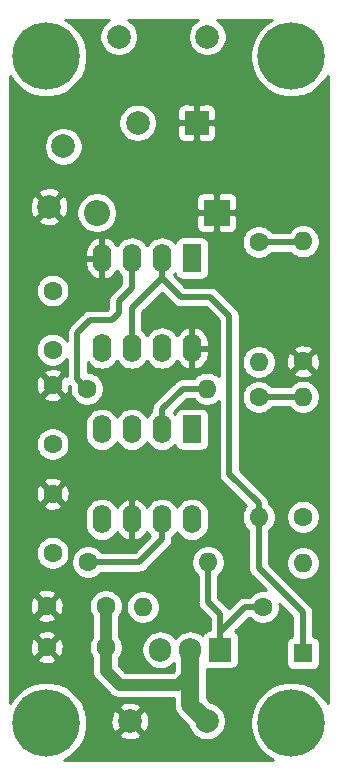
<source format=gbr>
G04 #@! TF.GenerationSoftware,KiCad,Pcbnew,(5.1.5)-3*
G04 #@! TF.CreationDate,2022-07-19T15:35:49+02:00*
G04 #@! TF.ProjectId,Wireless LEDs,57697265-6c65-4737-9320-4c4544732e6b,rev?*
G04 #@! TF.SameCoordinates,Original*
G04 #@! TF.FileFunction,Copper,L2,Bot*
G04 #@! TF.FilePolarity,Positive*
%FSLAX46Y46*%
G04 Gerber Fmt 4.6, Leading zero omitted, Abs format (unit mm)*
G04 Created by KiCad (PCBNEW (5.1.5)-3) date 2022-07-19 15:35:49*
%MOMM*%
%LPD*%
G04 APERTURE LIST*
%ADD10C,2.010000*%
%ADD11O,1.600000X1.600000*%
%ADD12C,1.600000*%
%ADD13O,2.200000X2.200000*%
%ADD14R,2.200000X2.200000*%
%ADD15C,5.700000*%
%ADD16R,1.600000X1.600000*%
%ADD17O,1.905000X2.000000*%
%ADD18R,1.905000X2.000000*%
%ADD19O,1.600000X2.400000*%
%ADD20R,1.600000X2.400000*%
%ADD21C,2.000000*%
%ADD22R,2.000000X2.000000*%
%ADD23C,0.500000*%
%ADD24C,1.500000*%
%ADD25C,1.000000*%
%ADD26C,0.254000*%
G04 APERTURE END LIST*
D10*
X32700000Y-28400000D03*
X31500000Y-33500000D03*
D11*
X39440000Y-67400000D03*
D12*
X49600000Y-67400000D03*
D11*
X44960000Y-63600000D03*
D12*
X34800000Y-63600000D03*
D11*
X44860000Y-48900000D03*
D12*
X34700000Y-48900000D03*
D13*
X35540000Y-34000000D03*
D14*
X45700000Y-34000000D03*
D15*
X52000000Y-77200000D03*
X31250000Y-77200000D03*
X31250000Y-20750000D03*
X52000000Y-20750000D03*
D11*
X53000000Y-63680000D03*
D16*
X53000000Y-71300000D03*
D12*
X31800000Y-40600000D03*
X31800000Y-45600000D03*
D17*
X40920000Y-71000000D03*
X43460000Y-71000000D03*
D18*
X46000000Y-71000000D03*
D19*
X43600000Y-59970000D03*
X35980000Y-52350000D03*
X41060000Y-59970000D03*
X38520000Y-52350000D03*
X38520000Y-59970000D03*
X41060000Y-52350000D03*
X35980000Y-59970000D03*
D20*
X43600000Y-52350000D03*
D19*
X43600000Y-45470000D03*
X35980000Y-37850000D03*
X41060000Y-45470000D03*
X38520000Y-37850000D03*
X38520000Y-45470000D03*
X41060000Y-37850000D03*
X35980000Y-45470000D03*
D20*
X43600000Y-37850000D03*
D12*
X31800000Y-53600000D03*
X31800000Y-48600000D03*
X31800000Y-62800000D03*
X31800000Y-57800000D03*
D11*
X49250000Y-59760000D03*
D12*
X49250000Y-49600000D03*
D11*
X53000000Y-49590000D03*
D12*
X53000000Y-59750000D03*
D11*
X49250000Y-46660000D03*
D12*
X49250000Y-36500000D03*
D11*
X53000000Y-36440000D03*
D12*
X53000000Y-46600000D03*
D21*
X44850000Y-77050000D03*
X38350000Y-77050000D03*
X44900000Y-19100000D03*
X37400000Y-19100000D03*
D12*
X36300000Y-70800000D03*
X31300000Y-70800000D03*
X36300000Y-67300000D03*
X31300000Y-67300000D03*
D21*
X39000000Y-26400000D03*
D22*
X44000000Y-26400000D03*
D23*
X38520000Y-42090000D02*
X38520000Y-45470000D01*
X41060000Y-39550000D02*
X38520000Y-42090000D01*
X49250000Y-59760000D02*
X49250000Y-64100000D01*
X53000000Y-67850000D02*
X53000000Y-71300000D01*
X49250000Y-64100000D02*
X53000000Y-67850000D01*
X41060000Y-39550000D02*
X41060000Y-37850000D01*
X42660000Y-41150000D02*
X41060000Y-39550000D01*
X49250000Y-58628630D02*
X46750000Y-56128630D01*
X49250000Y-59760000D02*
X49250000Y-58628630D01*
X46750000Y-42750000D02*
X45150000Y-41150000D01*
X45150000Y-41150000D02*
X42660000Y-41150000D01*
X46750000Y-56128630D02*
X46750000Y-42750000D01*
X48100000Y-67400000D02*
X48468630Y-67400000D01*
X46000000Y-69500000D02*
X48100000Y-67400000D01*
X48468630Y-67400000D02*
X49600000Y-67400000D01*
X46000000Y-71000000D02*
X46000000Y-69500000D01*
X44960000Y-63600000D02*
X44960000Y-66960000D01*
X46000000Y-68000000D02*
X46000000Y-69500000D01*
X44960000Y-66960000D02*
X46000000Y-68000000D01*
X52940000Y-36500000D02*
X53000000Y-36440000D01*
X49250000Y-36500000D02*
X52940000Y-36500000D01*
X52990000Y-49600000D02*
X53000000Y-49590000D01*
X49250000Y-49600000D02*
X52990000Y-49600000D01*
D24*
X43460000Y-75660000D02*
X44850000Y-77050000D01*
X43460000Y-71000000D02*
X43460000Y-75660000D01*
D25*
X43460000Y-73000000D02*
X42460000Y-74000000D01*
X43460000Y-71000000D02*
X43460000Y-73000000D01*
X42460000Y-74000000D02*
X37500000Y-74000000D01*
X36300000Y-72800000D02*
X36300000Y-70800000D01*
X37500000Y-74000000D02*
X36300000Y-72800000D01*
X36300000Y-70800000D02*
X36300000Y-67300000D01*
D23*
X42810000Y-48900000D02*
X43728630Y-48900000D01*
X41060000Y-50650000D02*
X42810000Y-48900000D01*
X43728630Y-48900000D02*
X44860000Y-48900000D01*
X41060000Y-52350000D02*
X41060000Y-50650000D01*
X38520000Y-40380000D02*
X38520000Y-37850000D01*
X37400000Y-41500000D02*
X38520000Y-40380000D01*
X37400000Y-42500000D02*
X37400000Y-41500000D01*
X33900001Y-48100001D02*
X33900000Y-44200000D01*
X34700000Y-48900000D02*
X33900001Y-48100001D01*
X33900000Y-44200000D02*
X35000000Y-43100000D01*
X36800000Y-43100000D02*
X37400000Y-42500000D01*
X35000000Y-43100000D02*
X36800000Y-43100000D01*
X41060000Y-61670000D02*
X41060000Y-59970000D01*
X39130000Y-63600000D02*
X41060000Y-61670000D01*
X34800000Y-63600000D02*
X39130000Y-63600000D01*
D26*
G36*
X36357748Y-17830013D02*
G01*
X36130013Y-18057748D01*
X35951082Y-18325537D01*
X35827832Y-18623088D01*
X35765000Y-18938967D01*
X35765000Y-19261033D01*
X35827832Y-19576912D01*
X35951082Y-19874463D01*
X36130013Y-20142252D01*
X36357748Y-20369987D01*
X36625537Y-20548918D01*
X36923088Y-20672168D01*
X37238967Y-20735000D01*
X37561033Y-20735000D01*
X37876912Y-20672168D01*
X38174463Y-20548918D01*
X38442252Y-20369987D01*
X38669987Y-20142252D01*
X38848918Y-19874463D01*
X38972168Y-19576912D01*
X39035000Y-19261033D01*
X39035000Y-18938967D01*
X38972168Y-18623088D01*
X38848918Y-18325537D01*
X38669987Y-18057748D01*
X38442252Y-17830013D01*
X38187810Y-17660000D01*
X44112190Y-17660000D01*
X43857748Y-17830013D01*
X43630013Y-18057748D01*
X43451082Y-18325537D01*
X43327832Y-18623088D01*
X43265000Y-18938967D01*
X43265000Y-19261033D01*
X43327832Y-19576912D01*
X43451082Y-19874463D01*
X43630013Y-20142252D01*
X43857748Y-20369987D01*
X44125537Y-20548918D01*
X44423088Y-20672168D01*
X44738967Y-20735000D01*
X45061033Y-20735000D01*
X45376912Y-20672168D01*
X45674463Y-20548918D01*
X45942252Y-20369987D01*
X46169987Y-20142252D01*
X46348918Y-19874463D01*
X46472168Y-19576912D01*
X46535000Y-19261033D01*
X46535000Y-18938967D01*
X46472168Y-18623088D01*
X46348918Y-18325537D01*
X46169987Y-18057748D01*
X45942252Y-17830013D01*
X45687810Y-17660000D01*
X50353176Y-17660000D01*
X50349234Y-17661633D01*
X49778442Y-18043024D01*
X49293024Y-18528442D01*
X48911633Y-19099234D01*
X48648927Y-19733463D01*
X48515000Y-20406758D01*
X48515000Y-21093242D01*
X48648927Y-21766537D01*
X48911633Y-22400766D01*
X49293024Y-22971558D01*
X49778442Y-23456976D01*
X50349234Y-23838367D01*
X50983463Y-24101073D01*
X51656758Y-24235000D01*
X52343242Y-24235000D01*
X53016537Y-24101073D01*
X53650766Y-23838367D01*
X54221558Y-23456976D01*
X54706976Y-22971558D01*
X55088367Y-22400766D01*
X55090000Y-22396824D01*
X55090001Y-75553179D01*
X55088367Y-75549234D01*
X54706976Y-74978442D01*
X54221558Y-74493024D01*
X53650766Y-74111633D01*
X53016537Y-73848927D01*
X52343242Y-73715000D01*
X51656758Y-73715000D01*
X50983463Y-73848927D01*
X50349234Y-74111633D01*
X49778442Y-74493024D01*
X49293024Y-74978442D01*
X48911633Y-75549234D01*
X48648927Y-76183463D01*
X48515000Y-76856758D01*
X48515000Y-77543242D01*
X48648927Y-78216537D01*
X48911633Y-78850766D01*
X49293024Y-79421558D01*
X49778442Y-79906976D01*
X50349234Y-80288367D01*
X50473887Y-80340000D01*
X32776113Y-80340000D01*
X32900766Y-80288367D01*
X33471558Y-79906976D01*
X33956976Y-79421558D01*
X34338367Y-78850766D01*
X34601073Y-78216537D01*
X34607263Y-78185413D01*
X37394192Y-78185413D01*
X37489956Y-78449814D01*
X37779571Y-78590704D01*
X38091108Y-78672384D01*
X38412595Y-78691718D01*
X38731675Y-78647961D01*
X39036088Y-78542795D01*
X39210044Y-78449814D01*
X39305808Y-78185413D01*
X38350000Y-77229605D01*
X37394192Y-78185413D01*
X34607263Y-78185413D01*
X34735000Y-77543242D01*
X34735000Y-77112595D01*
X36708282Y-77112595D01*
X36752039Y-77431675D01*
X36857205Y-77736088D01*
X36950186Y-77910044D01*
X37214587Y-78005808D01*
X38170395Y-77050000D01*
X38529605Y-77050000D01*
X39485413Y-78005808D01*
X39749814Y-77910044D01*
X39890704Y-77620429D01*
X39972384Y-77308892D01*
X39991718Y-76987405D01*
X39947961Y-76668325D01*
X39842795Y-76363912D01*
X39749814Y-76189956D01*
X39485413Y-76094192D01*
X38529605Y-77050000D01*
X38170395Y-77050000D01*
X37214587Y-76094192D01*
X36950186Y-76189956D01*
X36809296Y-76479571D01*
X36727616Y-76791108D01*
X36708282Y-77112595D01*
X34735000Y-77112595D01*
X34735000Y-76856758D01*
X34601073Y-76183463D01*
X34489702Y-75914587D01*
X37394192Y-75914587D01*
X38350000Y-76870395D01*
X39305808Y-75914587D01*
X39210044Y-75650186D01*
X38920429Y-75509296D01*
X38608892Y-75427616D01*
X38287405Y-75408282D01*
X37968325Y-75452039D01*
X37663912Y-75557205D01*
X37489956Y-75650186D01*
X37394192Y-75914587D01*
X34489702Y-75914587D01*
X34338367Y-75549234D01*
X33956976Y-74978442D01*
X33471558Y-74493024D01*
X32900766Y-74111633D01*
X32266537Y-73848927D01*
X31593242Y-73715000D01*
X30906758Y-73715000D01*
X30233463Y-73848927D01*
X29599234Y-74111633D01*
X29028442Y-74493024D01*
X28543024Y-74978442D01*
X28161633Y-75549234D01*
X28160000Y-75553176D01*
X28160000Y-71792702D01*
X30486903Y-71792702D01*
X30558486Y-72036671D01*
X30813996Y-72157571D01*
X31088184Y-72226300D01*
X31370512Y-72240217D01*
X31650130Y-72198787D01*
X31916292Y-72103603D01*
X32041514Y-72036671D01*
X32113097Y-71792702D01*
X31300000Y-70979605D01*
X30486903Y-71792702D01*
X28160000Y-71792702D01*
X28160000Y-70870512D01*
X29859783Y-70870512D01*
X29901213Y-71150130D01*
X29996397Y-71416292D01*
X30063329Y-71541514D01*
X30307298Y-71613097D01*
X31120395Y-70800000D01*
X31479605Y-70800000D01*
X32292702Y-71613097D01*
X32536671Y-71541514D01*
X32657571Y-71286004D01*
X32726300Y-71011816D01*
X32740217Y-70729488D01*
X32698787Y-70449870D01*
X32603603Y-70183708D01*
X32536671Y-70058486D01*
X32292702Y-69986903D01*
X31479605Y-70800000D01*
X31120395Y-70800000D01*
X30307298Y-69986903D01*
X30063329Y-70058486D01*
X29942429Y-70313996D01*
X29873700Y-70588184D01*
X29859783Y-70870512D01*
X28160000Y-70870512D01*
X28160000Y-69807298D01*
X30486903Y-69807298D01*
X31300000Y-70620395D01*
X32113097Y-69807298D01*
X32041514Y-69563329D01*
X31786004Y-69442429D01*
X31511816Y-69373700D01*
X31229488Y-69359783D01*
X30949870Y-69401213D01*
X30683708Y-69496397D01*
X30558486Y-69563329D01*
X30486903Y-69807298D01*
X28160000Y-69807298D01*
X28160000Y-68292702D01*
X30486903Y-68292702D01*
X30558486Y-68536671D01*
X30813996Y-68657571D01*
X31088184Y-68726300D01*
X31370512Y-68740217D01*
X31650130Y-68698787D01*
X31916292Y-68603603D01*
X32041514Y-68536671D01*
X32113097Y-68292702D01*
X31300000Y-67479605D01*
X30486903Y-68292702D01*
X28160000Y-68292702D01*
X28160000Y-67370512D01*
X29859783Y-67370512D01*
X29901213Y-67650130D01*
X29996397Y-67916292D01*
X30063329Y-68041514D01*
X30307298Y-68113097D01*
X31120395Y-67300000D01*
X31479605Y-67300000D01*
X32292702Y-68113097D01*
X32536671Y-68041514D01*
X32657571Y-67786004D01*
X32726300Y-67511816D01*
X32740217Y-67229488D01*
X32698787Y-66949870D01*
X32603603Y-66683708D01*
X32536671Y-66558486D01*
X32292702Y-66486903D01*
X31479605Y-67300000D01*
X31120395Y-67300000D01*
X30307298Y-66486903D01*
X30063329Y-66558486D01*
X29942429Y-66813996D01*
X29873700Y-67088184D01*
X29859783Y-67370512D01*
X28160000Y-67370512D01*
X28160000Y-66307298D01*
X30486903Y-66307298D01*
X31300000Y-67120395D01*
X32113097Y-66307298D01*
X32041514Y-66063329D01*
X31786004Y-65942429D01*
X31511816Y-65873700D01*
X31229488Y-65859783D01*
X30949870Y-65901213D01*
X30683708Y-65996397D01*
X30558486Y-66063329D01*
X30486903Y-66307298D01*
X28160000Y-66307298D01*
X28160000Y-62658665D01*
X30365000Y-62658665D01*
X30365000Y-62941335D01*
X30420147Y-63218574D01*
X30528320Y-63479727D01*
X30685363Y-63714759D01*
X30885241Y-63914637D01*
X31120273Y-64071680D01*
X31381426Y-64179853D01*
X31658665Y-64235000D01*
X31941335Y-64235000D01*
X32218574Y-64179853D01*
X32479727Y-64071680D01*
X32714759Y-63914637D01*
X32914637Y-63714759D01*
X33071680Y-63479727D01*
X33080404Y-63458665D01*
X33365000Y-63458665D01*
X33365000Y-63741335D01*
X33420147Y-64018574D01*
X33528320Y-64279727D01*
X33685363Y-64514759D01*
X33885241Y-64714637D01*
X34120273Y-64871680D01*
X34381426Y-64979853D01*
X34658665Y-65035000D01*
X34941335Y-65035000D01*
X35218574Y-64979853D01*
X35479727Y-64871680D01*
X35714759Y-64714637D01*
X35914637Y-64514759D01*
X35934521Y-64485000D01*
X39086531Y-64485000D01*
X39130000Y-64489281D01*
X39173469Y-64485000D01*
X39173477Y-64485000D01*
X39303490Y-64472195D01*
X39470313Y-64421589D01*
X39624059Y-64339411D01*
X39758817Y-64228817D01*
X39786534Y-64195044D01*
X41655050Y-62326529D01*
X41688817Y-62298817D01*
X41753381Y-62220147D01*
X41799410Y-62164060D01*
X41799411Y-62164059D01*
X41881589Y-62010313D01*
X41932195Y-61843490D01*
X41945000Y-61713477D01*
X41945000Y-61713467D01*
X41949281Y-61670001D01*
X41945000Y-61626535D01*
X41945000Y-61500077D01*
X42079607Y-61389608D01*
X42258932Y-61171101D01*
X42330000Y-61038142D01*
X42401068Y-61171100D01*
X42580392Y-61389607D01*
X42798899Y-61568932D01*
X43048192Y-61702182D01*
X43318691Y-61784236D01*
X43600000Y-61811943D01*
X43881308Y-61784236D01*
X44151807Y-61702182D01*
X44401100Y-61568932D01*
X44619607Y-61389608D01*
X44798932Y-61171101D01*
X44932182Y-60921808D01*
X45014236Y-60651309D01*
X45035000Y-60440492D01*
X45035000Y-59499509D01*
X45014236Y-59288691D01*
X44932182Y-59018192D01*
X44798932Y-58768899D01*
X44619608Y-58550392D01*
X44401101Y-58371068D01*
X44151808Y-58237818D01*
X43881309Y-58155764D01*
X43600000Y-58128057D01*
X43318692Y-58155764D01*
X43048193Y-58237818D01*
X42798900Y-58371068D01*
X42580393Y-58550392D01*
X42401068Y-58768899D01*
X42330000Y-58901858D01*
X42258932Y-58768899D01*
X42079608Y-58550392D01*
X41861101Y-58371068D01*
X41611808Y-58237818D01*
X41341309Y-58155764D01*
X41060000Y-58128057D01*
X40778692Y-58155764D01*
X40508193Y-58237818D01*
X40258900Y-58371068D01*
X40040393Y-58550392D01*
X39861068Y-58768899D01*
X39792735Y-58896741D01*
X39642601Y-58667161D01*
X39444895Y-58465500D01*
X39211646Y-58306285D01*
X38951818Y-58195633D01*
X38869039Y-58178096D01*
X38647000Y-58300085D01*
X38647000Y-59843000D01*
X38667000Y-59843000D01*
X38667000Y-60097000D01*
X38647000Y-60097000D01*
X38647000Y-61639915D01*
X38869039Y-61761904D01*
X38951818Y-61744367D01*
X39211646Y-61633715D01*
X39444895Y-61474500D01*
X39642601Y-61272839D01*
X39792735Y-61043258D01*
X39861068Y-61171100D01*
X40040392Y-61389607D01*
X40066988Y-61411434D01*
X38763422Y-62715000D01*
X35934521Y-62715000D01*
X35914637Y-62685241D01*
X35714759Y-62485363D01*
X35479727Y-62328320D01*
X35218574Y-62220147D01*
X34941335Y-62165000D01*
X34658665Y-62165000D01*
X34381426Y-62220147D01*
X34120273Y-62328320D01*
X33885241Y-62485363D01*
X33685363Y-62685241D01*
X33528320Y-62920273D01*
X33420147Y-63181426D01*
X33365000Y-63458665D01*
X33080404Y-63458665D01*
X33179853Y-63218574D01*
X33235000Y-62941335D01*
X33235000Y-62658665D01*
X33179853Y-62381426D01*
X33071680Y-62120273D01*
X32914637Y-61885241D01*
X32714759Y-61685363D01*
X32479727Y-61528320D01*
X32218574Y-61420147D01*
X31941335Y-61365000D01*
X31658665Y-61365000D01*
X31381426Y-61420147D01*
X31120273Y-61528320D01*
X30885241Y-61685363D01*
X30685363Y-61885241D01*
X30528320Y-62120273D01*
X30420147Y-62381426D01*
X30365000Y-62658665D01*
X28160000Y-62658665D01*
X28160000Y-59499508D01*
X34545000Y-59499508D01*
X34545000Y-60440491D01*
X34565764Y-60651308D01*
X34647818Y-60921807D01*
X34781068Y-61171100D01*
X34960392Y-61389607D01*
X35178899Y-61568932D01*
X35428192Y-61702182D01*
X35698691Y-61784236D01*
X35980000Y-61811943D01*
X36261308Y-61784236D01*
X36531807Y-61702182D01*
X36781100Y-61568932D01*
X36999607Y-61389608D01*
X37178932Y-61171101D01*
X37247265Y-61043259D01*
X37397399Y-61272839D01*
X37595105Y-61474500D01*
X37828354Y-61633715D01*
X38088182Y-61744367D01*
X38170961Y-61761904D01*
X38393000Y-61639915D01*
X38393000Y-60097000D01*
X38373000Y-60097000D01*
X38373000Y-59843000D01*
X38393000Y-59843000D01*
X38393000Y-58300085D01*
X38170961Y-58178096D01*
X38088182Y-58195633D01*
X37828354Y-58306285D01*
X37595105Y-58465500D01*
X37397399Y-58667161D01*
X37247265Y-58896741D01*
X37178932Y-58768899D01*
X36999608Y-58550392D01*
X36781101Y-58371068D01*
X36531808Y-58237818D01*
X36261309Y-58155764D01*
X35980000Y-58128057D01*
X35698692Y-58155764D01*
X35428193Y-58237818D01*
X35178900Y-58371068D01*
X34960393Y-58550392D01*
X34781068Y-58768899D01*
X34647818Y-59018192D01*
X34565764Y-59288691D01*
X34545000Y-59499508D01*
X28160000Y-59499508D01*
X28160000Y-58792702D01*
X30986903Y-58792702D01*
X31058486Y-59036671D01*
X31313996Y-59157571D01*
X31588184Y-59226300D01*
X31870512Y-59240217D01*
X32150130Y-59198787D01*
X32416292Y-59103603D01*
X32541514Y-59036671D01*
X32613097Y-58792702D01*
X31800000Y-57979605D01*
X30986903Y-58792702D01*
X28160000Y-58792702D01*
X28160000Y-57870512D01*
X30359783Y-57870512D01*
X30401213Y-58150130D01*
X30496397Y-58416292D01*
X30563329Y-58541514D01*
X30807298Y-58613097D01*
X31620395Y-57800000D01*
X31979605Y-57800000D01*
X32792702Y-58613097D01*
X33036671Y-58541514D01*
X33157571Y-58286004D01*
X33226300Y-58011816D01*
X33240217Y-57729488D01*
X33198787Y-57449870D01*
X33103603Y-57183708D01*
X33036671Y-57058486D01*
X32792702Y-56986903D01*
X31979605Y-57800000D01*
X31620395Y-57800000D01*
X30807298Y-56986903D01*
X30563329Y-57058486D01*
X30442429Y-57313996D01*
X30373700Y-57588184D01*
X30359783Y-57870512D01*
X28160000Y-57870512D01*
X28160000Y-56807298D01*
X30986903Y-56807298D01*
X31800000Y-57620395D01*
X32613097Y-56807298D01*
X32541514Y-56563329D01*
X32286004Y-56442429D01*
X32011816Y-56373700D01*
X31729488Y-56359783D01*
X31449870Y-56401213D01*
X31183708Y-56496397D01*
X31058486Y-56563329D01*
X30986903Y-56807298D01*
X28160000Y-56807298D01*
X28160000Y-53458665D01*
X30365000Y-53458665D01*
X30365000Y-53741335D01*
X30420147Y-54018574D01*
X30528320Y-54279727D01*
X30685363Y-54514759D01*
X30885241Y-54714637D01*
X31120273Y-54871680D01*
X31381426Y-54979853D01*
X31658665Y-55035000D01*
X31941335Y-55035000D01*
X32218574Y-54979853D01*
X32479727Y-54871680D01*
X32714759Y-54714637D01*
X32914637Y-54514759D01*
X33071680Y-54279727D01*
X33179853Y-54018574D01*
X33235000Y-53741335D01*
X33235000Y-53458665D01*
X33179853Y-53181426D01*
X33071680Y-52920273D01*
X32914637Y-52685241D01*
X32714759Y-52485363D01*
X32479727Y-52328320D01*
X32218574Y-52220147D01*
X31941335Y-52165000D01*
X31658665Y-52165000D01*
X31381426Y-52220147D01*
X31120273Y-52328320D01*
X30885241Y-52485363D01*
X30685363Y-52685241D01*
X30528320Y-52920273D01*
X30420147Y-53181426D01*
X30365000Y-53458665D01*
X28160000Y-53458665D01*
X28160000Y-49592702D01*
X30986903Y-49592702D01*
X31058486Y-49836671D01*
X31313996Y-49957571D01*
X31588184Y-50026300D01*
X31870512Y-50040217D01*
X32150130Y-49998787D01*
X32416292Y-49903603D01*
X32541514Y-49836671D01*
X32613097Y-49592702D01*
X31800000Y-48779605D01*
X30986903Y-49592702D01*
X28160000Y-49592702D01*
X28160000Y-48670512D01*
X30359783Y-48670512D01*
X30401213Y-48950130D01*
X30496397Y-49216292D01*
X30563329Y-49341514D01*
X30807298Y-49413097D01*
X31620395Y-48600000D01*
X30807298Y-47786903D01*
X30563329Y-47858486D01*
X30442429Y-48113996D01*
X30373700Y-48388184D01*
X30359783Y-48670512D01*
X28160000Y-48670512D01*
X28160000Y-47607298D01*
X30986903Y-47607298D01*
X31800000Y-48420395D01*
X32613097Y-47607298D01*
X32541514Y-47363329D01*
X32286004Y-47242429D01*
X32011816Y-47173700D01*
X31729488Y-47159783D01*
X31449870Y-47201213D01*
X31183708Y-47296397D01*
X31058486Y-47363329D01*
X30986903Y-47607298D01*
X28160000Y-47607298D01*
X28160000Y-45458665D01*
X30365000Y-45458665D01*
X30365000Y-45741335D01*
X30420147Y-46018574D01*
X30528320Y-46279727D01*
X30685363Y-46514759D01*
X30885241Y-46714637D01*
X31120273Y-46871680D01*
X31381426Y-46979853D01*
X31658665Y-47035000D01*
X31941335Y-47035000D01*
X32218574Y-46979853D01*
X32479727Y-46871680D01*
X32714759Y-46714637D01*
X32914637Y-46514759D01*
X33015001Y-46364553D01*
X33015002Y-47852128D01*
X32792702Y-47786903D01*
X31979605Y-48600000D01*
X32792702Y-49413097D01*
X33036671Y-49341514D01*
X33157571Y-49086004D01*
X33226300Y-48811816D01*
X33232703Y-48681928D01*
X33243469Y-48695047D01*
X33243472Y-48695050D01*
X33270985Y-48728575D01*
X33265000Y-48758665D01*
X33265000Y-49041335D01*
X33320147Y-49318574D01*
X33428320Y-49579727D01*
X33585363Y-49814759D01*
X33785241Y-50014637D01*
X34020273Y-50171680D01*
X34281426Y-50279853D01*
X34558665Y-50335000D01*
X34841335Y-50335000D01*
X35118574Y-50279853D01*
X35379727Y-50171680D01*
X35614759Y-50014637D01*
X35814637Y-49814759D01*
X35971680Y-49579727D01*
X36079853Y-49318574D01*
X36135000Y-49041335D01*
X36135000Y-48758665D01*
X36079853Y-48481426D01*
X35971680Y-48220273D01*
X35814637Y-47985241D01*
X35614759Y-47785363D01*
X35379727Y-47628320D01*
X35118574Y-47520147D01*
X34841335Y-47465000D01*
X34785001Y-47465000D01*
X34785000Y-46675891D01*
X34960392Y-46889607D01*
X35178899Y-47068932D01*
X35428192Y-47202182D01*
X35698691Y-47284236D01*
X35980000Y-47311943D01*
X36261308Y-47284236D01*
X36531807Y-47202182D01*
X36781100Y-47068932D01*
X36999607Y-46889608D01*
X37178932Y-46671101D01*
X37250000Y-46538142D01*
X37321068Y-46671100D01*
X37500392Y-46889607D01*
X37718899Y-47068932D01*
X37968192Y-47202182D01*
X38238691Y-47284236D01*
X38520000Y-47311943D01*
X38801308Y-47284236D01*
X39071807Y-47202182D01*
X39321100Y-47068932D01*
X39539607Y-46889608D01*
X39718932Y-46671101D01*
X39790000Y-46538142D01*
X39861068Y-46671100D01*
X40040392Y-46889607D01*
X40258899Y-47068932D01*
X40508192Y-47202182D01*
X40778691Y-47284236D01*
X41060000Y-47311943D01*
X41341308Y-47284236D01*
X41611807Y-47202182D01*
X41861100Y-47068932D01*
X42079607Y-46889608D01*
X42258932Y-46671101D01*
X42327265Y-46543259D01*
X42477399Y-46772839D01*
X42675105Y-46974500D01*
X42908354Y-47133715D01*
X43168182Y-47244367D01*
X43250961Y-47261904D01*
X43473000Y-47139915D01*
X43473000Y-45597000D01*
X43727000Y-45597000D01*
X43727000Y-47139915D01*
X43949039Y-47261904D01*
X44031818Y-47244367D01*
X44291646Y-47133715D01*
X44524895Y-46974500D01*
X44722601Y-46772839D01*
X44877166Y-46536483D01*
X44982650Y-46274514D01*
X45035000Y-45997000D01*
X45035000Y-45597000D01*
X43727000Y-45597000D01*
X43473000Y-45597000D01*
X43453000Y-45597000D01*
X43453000Y-45343000D01*
X43473000Y-45343000D01*
X43473000Y-43800085D01*
X43727000Y-43800085D01*
X43727000Y-45343000D01*
X45035000Y-45343000D01*
X45035000Y-44943000D01*
X44982650Y-44665486D01*
X44877166Y-44403517D01*
X44722601Y-44167161D01*
X44524895Y-43965500D01*
X44291646Y-43806285D01*
X44031818Y-43695633D01*
X43949039Y-43678096D01*
X43727000Y-43800085D01*
X43473000Y-43800085D01*
X43250961Y-43678096D01*
X43168182Y-43695633D01*
X42908354Y-43806285D01*
X42675105Y-43965500D01*
X42477399Y-44167161D01*
X42327265Y-44396741D01*
X42258932Y-44268899D01*
X42079608Y-44050392D01*
X41861101Y-43871068D01*
X41611808Y-43737818D01*
X41341309Y-43655764D01*
X41060000Y-43628057D01*
X40778692Y-43655764D01*
X40508193Y-43737818D01*
X40258900Y-43871068D01*
X40040393Y-44050392D01*
X39861068Y-44268899D01*
X39790000Y-44401858D01*
X39718932Y-44268899D01*
X39539608Y-44050392D01*
X39405000Y-43939922D01*
X39405000Y-42456578D01*
X41060000Y-40801579D01*
X42003470Y-41745049D01*
X42031183Y-41778817D01*
X42064951Y-41806530D01*
X42064953Y-41806532D01*
X42130979Y-41860718D01*
X42165941Y-41889411D01*
X42319687Y-41971589D01*
X42486510Y-42022195D01*
X42616523Y-42035000D01*
X42616531Y-42035000D01*
X42660000Y-42039281D01*
X42703469Y-42035000D01*
X44783422Y-42035000D01*
X45865001Y-43116580D01*
X45865001Y-47875605D01*
X45774759Y-47785363D01*
X45539727Y-47628320D01*
X45278574Y-47520147D01*
X45001335Y-47465000D01*
X44718665Y-47465000D01*
X44441426Y-47520147D01*
X44180273Y-47628320D01*
X43945241Y-47785363D01*
X43745363Y-47985241D01*
X43725479Y-48015000D01*
X42853469Y-48015000D01*
X42810000Y-48010719D01*
X42766531Y-48015000D01*
X42766523Y-48015000D01*
X42636510Y-48027805D01*
X42469687Y-48078411D01*
X42347956Y-48143477D01*
X42315941Y-48160589D01*
X42214953Y-48243468D01*
X42214951Y-48243470D01*
X42181183Y-48271183D01*
X42153470Y-48304951D01*
X40464951Y-49993471D01*
X40431184Y-50021183D01*
X40403471Y-50054951D01*
X40403468Y-50054954D01*
X40320590Y-50155941D01*
X40238412Y-50309687D01*
X40187805Y-50476510D01*
X40170719Y-50650000D01*
X40175001Y-50693479D01*
X40175001Y-50819922D01*
X40040393Y-50930392D01*
X39861068Y-51148899D01*
X39790000Y-51281858D01*
X39718932Y-51148899D01*
X39539608Y-50930392D01*
X39321101Y-50751068D01*
X39071808Y-50617818D01*
X38801309Y-50535764D01*
X38520000Y-50508057D01*
X38238692Y-50535764D01*
X37968193Y-50617818D01*
X37718900Y-50751068D01*
X37500393Y-50930392D01*
X37321068Y-51148899D01*
X37250000Y-51281858D01*
X37178932Y-51148899D01*
X36999608Y-50930392D01*
X36781101Y-50751068D01*
X36531808Y-50617818D01*
X36261309Y-50535764D01*
X35980000Y-50508057D01*
X35698692Y-50535764D01*
X35428193Y-50617818D01*
X35178900Y-50751068D01*
X34960393Y-50930392D01*
X34781068Y-51148899D01*
X34647818Y-51398192D01*
X34565764Y-51668691D01*
X34545000Y-51879508D01*
X34545000Y-52820491D01*
X34565764Y-53031308D01*
X34647818Y-53301807D01*
X34781068Y-53551100D01*
X34960392Y-53769607D01*
X35178899Y-53948932D01*
X35428192Y-54082182D01*
X35698691Y-54164236D01*
X35980000Y-54191943D01*
X36261308Y-54164236D01*
X36531807Y-54082182D01*
X36781100Y-53948932D01*
X36999607Y-53769608D01*
X37178932Y-53551101D01*
X37250000Y-53418142D01*
X37321068Y-53551100D01*
X37500392Y-53769607D01*
X37718899Y-53948932D01*
X37968192Y-54082182D01*
X38238691Y-54164236D01*
X38520000Y-54191943D01*
X38801308Y-54164236D01*
X39071807Y-54082182D01*
X39321100Y-53948932D01*
X39539607Y-53769608D01*
X39718932Y-53551101D01*
X39790000Y-53418142D01*
X39861068Y-53551100D01*
X40040392Y-53769607D01*
X40258899Y-53948932D01*
X40508192Y-54082182D01*
X40778691Y-54164236D01*
X41060000Y-54191943D01*
X41341308Y-54164236D01*
X41611807Y-54082182D01*
X41861100Y-53948932D01*
X42079607Y-53769608D01*
X42172419Y-53656517D01*
X42174188Y-53674482D01*
X42210498Y-53794180D01*
X42269463Y-53904494D01*
X42348815Y-54001185D01*
X42445506Y-54080537D01*
X42555820Y-54139502D01*
X42675518Y-54175812D01*
X42800000Y-54188072D01*
X44400000Y-54188072D01*
X44524482Y-54175812D01*
X44644180Y-54139502D01*
X44754494Y-54080537D01*
X44851185Y-54001185D01*
X44930537Y-53904494D01*
X44989502Y-53794180D01*
X45025812Y-53674482D01*
X45038072Y-53550000D01*
X45038072Y-51150000D01*
X45025812Y-51025518D01*
X44989502Y-50905820D01*
X44930537Y-50795506D01*
X44851185Y-50698815D01*
X44754494Y-50619463D01*
X44644180Y-50560498D01*
X44524482Y-50524188D01*
X44400000Y-50511928D01*
X42800000Y-50511928D01*
X42675518Y-50524188D01*
X42555820Y-50560498D01*
X42445506Y-50619463D01*
X42348815Y-50698815D01*
X42269463Y-50795506D01*
X42210498Y-50905820D01*
X42174188Y-51025518D01*
X42172419Y-51043482D01*
X42079608Y-50930392D01*
X42053013Y-50908566D01*
X43176579Y-49785000D01*
X43725479Y-49785000D01*
X43745363Y-49814759D01*
X43945241Y-50014637D01*
X44180273Y-50171680D01*
X44441426Y-50279853D01*
X44718665Y-50335000D01*
X45001335Y-50335000D01*
X45278574Y-50279853D01*
X45539727Y-50171680D01*
X45774759Y-50014637D01*
X45865000Y-49924396D01*
X45865000Y-56085161D01*
X45860719Y-56128630D01*
X45865000Y-56172099D01*
X45865000Y-56172106D01*
X45877805Y-56302119D01*
X45928411Y-56468942D01*
X46010589Y-56622688D01*
X46121183Y-56757447D01*
X46154956Y-56785164D01*
X48175198Y-58805406D01*
X48135363Y-58845241D01*
X47978320Y-59080273D01*
X47870147Y-59341426D01*
X47815000Y-59618665D01*
X47815000Y-59901335D01*
X47870147Y-60178574D01*
X47978320Y-60439727D01*
X48135363Y-60674759D01*
X48335241Y-60874637D01*
X48365000Y-60894521D01*
X48365001Y-64056521D01*
X48360719Y-64100000D01*
X48377805Y-64273490D01*
X48428412Y-64440313D01*
X48510590Y-64594059D01*
X48593468Y-64695046D01*
X48593471Y-64695049D01*
X48621184Y-64728817D01*
X48654951Y-64756530D01*
X49893737Y-65995315D01*
X49741335Y-65965000D01*
X49458665Y-65965000D01*
X49181426Y-66020147D01*
X48920273Y-66128320D01*
X48685241Y-66285363D01*
X48485363Y-66485241D01*
X48465479Y-66515000D01*
X48143465Y-66515000D01*
X48099999Y-66510719D01*
X48056533Y-66515000D01*
X48056523Y-66515000D01*
X47926510Y-66527805D01*
X47759687Y-66578411D01*
X47605941Y-66660589D01*
X47577771Y-66683708D01*
X47504953Y-66743468D01*
X47504951Y-66743470D01*
X47471183Y-66771183D01*
X47443470Y-66804951D01*
X46740480Y-67507941D01*
X46739411Y-67505941D01*
X46628817Y-67371183D01*
X46595050Y-67343471D01*
X45845000Y-66593422D01*
X45845000Y-64734521D01*
X45874759Y-64714637D01*
X46074637Y-64514759D01*
X46231680Y-64279727D01*
X46339853Y-64018574D01*
X46395000Y-63741335D01*
X46395000Y-63458665D01*
X46339853Y-63181426D01*
X46231680Y-62920273D01*
X46074637Y-62685241D01*
X45874759Y-62485363D01*
X45639727Y-62328320D01*
X45378574Y-62220147D01*
X45101335Y-62165000D01*
X44818665Y-62165000D01*
X44541426Y-62220147D01*
X44280273Y-62328320D01*
X44045241Y-62485363D01*
X43845363Y-62685241D01*
X43688320Y-62920273D01*
X43580147Y-63181426D01*
X43525000Y-63458665D01*
X43525000Y-63741335D01*
X43580147Y-64018574D01*
X43688320Y-64279727D01*
X43845363Y-64514759D01*
X44045241Y-64714637D01*
X44075000Y-64734522D01*
X44075001Y-66916521D01*
X44070719Y-66960000D01*
X44087805Y-67133490D01*
X44138412Y-67300313D01*
X44220590Y-67454059D01*
X44303468Y-67555046D01*
X44303471Y-67555049D01*
X44331184Y-67588817D01*
X44364951Y-67616529D01*
X45115000Y-68366579D01*
X45115001Y-69361928D01*
X45047500Y-69361928D01*
X44923018Y-69374188D01*
X44803320Y-69410498D01*
X44693006Y-69469463D01*
X44596315Y-69548815D01*
X44516963Y-69645506D01*
X44472095Y-69729446D01*
X44346235Y-69626155D01*
X44070449Y-69478745D01*
X43771204Y-69387970D01*
X43460000Y-69357319D01*
X43148797Y-69387970D01*
X42849552Y-69478745D01*
X42573766Y-69626155D01*
X42332037Y-69824537D01*
X42190000Y-69997609D01*
X42047963Y-69824537D01*
X41806235Y-69626155D01*
X41530449Y-69478745D01*
X41231204Y-69387970D01*
X40920000Y-69357319D01*
X40608797Y-69387970D01*
X40309552Y-69478745D01*
X40033766Y-69626155D01*
X39792037Y-69824537D01*
X39593655Y-70066265D01*
X39446245Y-70342051D01*
X39355470Y-70641296D01*
X39332500Y-70874514D01*
X39332500Y-71125485D01*
X39355470Y-71358703D01*
X39446245Y-71657948D01*
X39593655Y-71933734D01*
X39792037Y-72175463D01*
X40033765Y-72373845D01*
X40309551Y-72521255D01*
X40608796Y-72612030D01*
X40920000Y-72642681D01*
X41231203Y-72612030D01*
X41530448Y-72521255D01*
X41806234Y-72373845D01*
X42047963Y-72175463D01*
X42075000Y-72142518D01*
X42075000Y-72779868D01*
X41989868Y-72865000D01*
X37970132Y-72865000D01*
X37435000Y-72329869D01*
X37435000Y-71684284D01*
X37571680Y-71479727D01*
X37679853Y-71218574D01*
X37735000Y-70941335D01*
X37735000Y-70658665D01*
X37679853Y-70381426D01*
X37571680Y-70120273D01*
X37435000Y-69915716D01*
X37435000Y-68184284D01*
X37571680Y-67979727D01*
X37679853Y-67718574D01*
X37735000Y-67441335D01*
X37735000Y-67258665D01*
X38005000Y-67258665D01*
X38005000Y-67541335D01*
X38060147Y-67818574D01*
X38168320Y-68079727D01*
X38325363Y-68314759D01*
X38525241Y-68514637D01*
X38760273Y-68671680D01*
X39021426Y-68779853D01*
X39298665Y-68835000D01*
X39581335Y-68835000D01*
X39858574Y-68779853D01*
X40119727Y-68671680D01*
X40354759Y-68514637D01*
X40554637Y-68314759D01*
X40711680Y-68079727D01*
X40819853Y-67818574D01*
X40875000Y-67541335D01*
X40875000Y-67258665D01*
X40819853Y-66981426D01*
X40711680Y-66720273D01*
X40554637Y-66485241D01*
X40354759Y-66285363D01*
X40119727Y-66128320D01*
X39858574Y-66020147D01*
X39581335Y-65965000D01*
X39298665Y-65965000D01*
X39021426Y-66020147D01*
X38760273Y-66128320D01*
X38525241Y-66285363D01*
X38325363Y-66485241D01*
X38168320Y-66720273D01*
X38060147Y-66981426D01*
X38005000Y-67258665D01*
X37735000Y-67258665D01*
X37735000Y-67158665D01*
X37679853Y-66881426D01*
X37571680Y-66620273D01*
X37414637Y-66385241D01*
X37214759Y-66185363D01*
X36979727Y-66028320D01*
X36718574Y-65920147D01*
X36441335Y-65865000D01*
X36158665Y-65865000D01*
X35881426Y-65920147D01*
X35620273Y-66028320D01*
X35385241Y-66185363D01*
X35185363Y-66385241D01*
X35028320Y-66620273D01*
X34920147Y-66881426D01*
X34865000Y-67158665D01*
X34865000Y-67441335D01*
X34920147Y-67718574D01*
X35028320Y-67979727D01*
X35165001Y-68184285D01*
X35165000Y-69915716D01*
X35028320Y-70120273D01*
X34920147Y-70381426D01*
X34865000Y-70658665D01*
X34865000Y-70941335D01*
X34920147Y-71218574D01*
X35028320Y-71479727D01*
X35165001Y-71684284D01*
X35165000Y-72744248D01*
X35159509Y-72800000D01*
X35165000Y-72855751D01*
X35181423Y-73022498D01*
X35246324Y-73236446D01*
X35351716Y-73433623D01*
X35493551Y-73606449D01*
X35536865Y-73641996D01*
X36658008Y-74763140D01*
X36693551Y-74806449D01*
X36866377Y-74948284D01*
X37063553Y-75053676D01*
X37277501Y-75118577D01*
X37444248Y-75135000D01*
X37444257Y-75135000D01*
X37499999Y-75140490D01*
X37555741Y-75135000D01*
X42075001Y-75135000D01*
X42075001Y-75591961D01*
X42068300Y-75660000D01*
X42095040Y-75931507D01*
X42174236Y-76192580D01*
X42302844Y-76433188D01*
X42432548Y-76591233D01*
X42432551Y-76591236D01*
X42475920Y-76644081D01*
X42528764Y-76687449D01*
X43255387Y-77414072D01*
X43277832Y-77526912D01*
X43401082Y-77824463D01*
X43580013Y-78092252D01*
X43807748Y-78319987D01*
X44075537Y-78498918D01*
X44373088Y-78622168D01*
X44688967Y-78685000D01*
X45011033Y-78685000D01*
X45326912Y-78622168D01*
X45624463Y-78498918D01*
X45892252Y-78319987D01*
X46119987Y-78092252D01*
X46298918Y-77824463D01*
X46422168Y-77526912D01*
X46485000Y-77211033D01*
X46485000Y-76888967D01*
X46422168Y-76573088D01*
X46298918Y-76275537D01*
X46119987Y-76007748D01*
X45892252Y-75780013D01*
X45624463Y-75601082D01*
X45326912Y-75477832D01*
X45214072Y-75455387D01*
X44845000Y-75086315D01*
X44845000Y-72602145D01*
X44923018Y-72625812D01*
X45047500Y-72638072D01*
X46952500Y-72638072D01*
X47076982Y-72625812D01*
X47196680Y-72589502D01*
X47306994Y-72530537D01*
X47403685Y-72451185D01*
X47483037Y-72354494D01*
X47542002Y-72244180D01*
X47578312Y-72124482D01*
X47590572Y-72000000D01*
X47590572Y-70000000D01*
X47578312Y-69875518D01*
X47542002Y-69755820D01*
X47483037Y-69645506D01*
X47403685Y-69548815D01*
X47306994Y-69469463D01*
X47290781Y-69460797D01*
X48465919Y-68285659D01*
X48485363Y-68314759D01*
X48685241Y-68514637D01*
X48920273Y-68671680D01*
X49181426Y-68779853D01*
X49458665Y-68835000D01*
X49741335Y-68835000D01*
X50018574Y-68779853D01*
X50279727Y-68671680D01*
X50514759Y-68514637D01*
X50714637Y-68314759D01*
X50871680Y-68079727D01*
X50979853Y-67818574D01*
X51035000Y-67541335D01*
X51035000Y-67258665D01*
X51004685Y-67106264D01*
X52115000Y-68216579D01*
X52115001Y-69870299D01*
X52075518Y-69874188D01*
X51955820Y-69910498D01*
X51845506Y-69969463D01*
X51748815Y-70048815D01*
X51669463Y-70145506D01*
X51610498Y-70255820D01*
X51574188Y-70375518D01*
X51561928Y-70500000D01*
X51561928Y-72100000D01*
X51574188Y-72224482D01*
X51610498Y-72344180D01*
X51669463Y-72454494D01*
X51748815Y-72551185D01*
X51845506Y-72630537D01*
X51955820Y-72689502D01*
X52075518Y-72725812D01*
X52200000Y-72738072D01*
X53800000Y-72738072D01*
X53924482Y-72725812D01*
X54044180Y-72689502D01*
X54154494Y-72630537D01*
X54251185Y-72551185D01*
X54330537Y-72454494D01*
X54389502Y-72344180D01*
X54425812Y-72224482D01*
X54438072Y-72100000D01*
X54438072Y-70500000D01*
X54425812Y-70375518D01*
X54389502Y-70255820D01*
X54330537Y-70145506D01*
X54251185Y-70048815D01*
X54154494Y-69969463D01*
X54044180Y-69910498D01*
X53924482Y-69874188D01*
X53885000Y-69870299D01*
X53885000Y-67893469D01*
X53889281Y-67850000D01*
X53885000Y-67806531D01*
X53885000Y-67806523D01*
X53872195Y-67676510D01*
X53821589Y-67509687D01*
X53739411Y-67355941D01*
X53628817Y-67221183D01*
X53595050Y-67193471D01*
X50135000Y-63733422D01*
X50135000Y-63538665D01*
X51565000Y-63538665D01*
X51565000Y-63821335D01*
X51620147Y-64098574D01*
X51728320Y-64359727D01*
X51885363Y-64594759D01*
X52085241Y-64794637D01*
X52320273Y-64951680D01*
X52581426Y-65059853D01*
X52858665Y-65115000D01*
X53141335Y-65115000D01*
X53418574Y-65059853D01*
X53679727Y-64951680D01*
X53914759Y-64794637D01*
X54114637Y-64594759D01*
X54271680Y-64359727D01*
X54379853Y-64098574D01*
X54435000Y-63821335D01*
X54435000Y-63538665D01*
X54379853Y-63261426D01*
X54271680Y-63000273D01*
X54114637Y-62765241D01*
X53914759Y-62565363D01*
X53679727Y-62408320D01*
X53418574Y-62300147D01*
X53141335Y-62245000D01*
X52858665Y-62245000D01*
X52581426Y-62300147D01*
X52320273Y-62408320D01*
X52085241Y-62565363D01*
X51885363Y-62765241D01*
X51728320Y-63000273D01*
X51620147Y-63261426D01*
X51565000Y-63538665D01*
X50135000Y-63538665D01*
X50135000Y-60894521D01*
X50164759Y-60874637D01*
X50364637Y-60674759D01*
X50521680Y-60439727D01*
X50629853Y-60178574D01*
X50685000Y-59901335D01*
X50685000Y-59618665D01*
X50683011Y-59608665D01*
X51565000Y-59608665D01*
X51565000Y-59891335D01*
X51620147Y-60168574D01*
X51728320Y-60429727D01*
X51885363Y-60664759D01*
X52085241Y-60864637D01*
X52320273Y-61021680D01*
X52581426Y-61129853D01*
X52858665Y-61185000D01*
X53141335Y-61185000D01*
X53418574Y-61129853D01*
X53679727Y-61021680D01*
X53914759Y-60864637D01*
X54114637Y-60664759D01*
X54271680Y-60429727D01*
X54379853Y-60168574D01*
X54435000Y-59891335D01*
X54435000Y-59608665D01*
X54379853Y-59331426D01*
X54271680Y-59070273D01*
X54114637Y-58835241D01*
X53914759Y-58635363D01*
X53679727Y-58478320D01*
X53418574Y-58370147D01*
X53141335Y-58315000D01*
X52858665Y-58315000D01*
X52581426Y-58370147D01*
X52320273Y-58478320D01*
X52085241Y-58635363D01*
X51885363Y-58835241D01*
X51728320Y-59070273D01*
X51620147Y-59331426D01*
X51565000Y-59608665D01*
X50683011Y-59608665D01*
X50629853Y-59341426D01*
X50521680Y-59080273D01*
X50364637Y-58845241D01*
X50164759Y-58645363D01*
X50139250Y-58628319D01*
X50135000Y-58585161D01*
X50135000Y-58585153D01*
X50122195Y-58455140D01*
X50071589Y-58288317D01*
X49989411Y-58134571D01*
X49878817Y-57999813D01*
X49845049Y-57972100D01*
X47635000Y-55762052D01*
X47635000Y-49458665D01*
X47815000Y-49458665D01*
X47815000Y-49741335D01*
X47870147Y-50018574D01*
X47978320Y-50279727D01*
X48135363Y-50514759D01*
X48335241Y-50714637D01*
X48570273Y-50871680D01*
X48831426Y-50979853D01*
X49108665Y-51035000D01*
X49391335Y-51035000D01*
X49668574Y-50979853D01*
X49929727Y-50871680D01*
X50164759Y-50714637D01*
X50364637Y-50514759D01*
X50384521Y-50485000D01*
X51872160Y-50485000D01*
X51885363Y-50504759D01*
X52085241Y-50704637D01*
X52320273Y-50861680D01*
X52581426Y-50969853D01*
X52858665Y-51025000D01*
X53141335Y-51025000D01*
X53418574Y-50969853D01*
X53679727Y-50861680D01*
X53914759Y-50704637D01*
X54114637Y-50504759D01*
X54271680Y-50269727D01*
X54379853Y-50008574D01*
X54435000Y-49731335D01*
X54435000Y-49448665D01*
X54379853Y-49171426D01*
X54271680Y-48910273D01*
X54114637Y-48675241D01*
X53914759Y-48475363D01*
X53679727Y-48318320D01*
X53418574Y-48210147D01*
X53141335Y-48155000D01*
X52858665Y-48155000D01*
X52581426Y-48210147D01*
X52320273Y-48318320D01*
X52085241Y-48475363D01*
X51885363Y-48675241D01*
X51858797Y-48715000D01*
X50384521Y-48715000D01*
X50364637Y-48685241D01*
X50164759Y-48485363D01*
X49929727Y-48328320D01*
X49668574Y-48220147D01*
X49391335Y-48165000D01*
X49108665Y-48165000D01*
X48831426Y-48220147D01*
X48570273Y-48328320D01*
X48335241Y-48485363D01*
X48135363Y-48685241D01*
X47978320Y-48920273D01*
X47870147Y-49181426D01*
X47815000Y-49458665D01*
X47635000Y-49458665D01*
X47635000Y-46518665D01*
X47815000Y-46518665D01*
X47815000Y-46801335D01*
X47870147Y-47078574D01*
X47978320Y-47339727D01*
X48135363Y-47574759D01*
X48335241Y-47774637D01*
X48570273Y-47931680D01*
X48831426Y-48039853D01*
X49108665Y-48095000D01*
X49391335Y-48095000D01*
X49668574Y-48039853D01*
X49929727Y-47931680D01*
X50164759Y-47774637D01*
X50346694Y-47592702D01*
X52186903Y-47592702D01*
X52258486Y-47836671D01*
X52513996Y-47957571D01*
X52788184Y-48026300D01*
X53070512Y-48040217D01*
X53350130Y-47998787D01*
X53616292Y-47903603D01*
X53741514Y-47836671D01*
X53813097Y-47592702D01*
X53000000Y-46779605D01*
X52186903Y-47592702D01*
X50346694Y-47592702D01*
X50364637Y-47574759D01*
X50521680Y-47339727D01*
X50629853Y-47078574D01*
X50685000Y-46801335D01*
X50685000Y-46670512D01*
X51559783Y-46670512D01*
X51601213Y-46950130D01*
X51696397Y-47216292D01*
X51763329Y-47341514D01*
X52007298Y-47413097D01*
X52820395Y-46600000D01*
X53179605Y-46600000D01*
X53992702Y-47413097D01*
X54236671Y-47341514D01*
X54357571Y-47086004D01*
X54426300Y-46811816D01*
X54440217Y-46529488D01*
X54398787Y-46249870D01*
X54303603Y-45983708D01*
X54236671Y-45858486D01*
X53992702Y-45786903D01*
X53179605Y-46600000D01*
X52820395Y-46600000D01*
X52007298Y-45786903D01*
X51763329Y-45858486D01*
X51642429Y-46113996D01*
X51573700Y-46388184D01*
X51559783Y-46670512D01*
X50685000Y-46670512D01*
X50685000Y-46518665D01*
X50629853Y-46241426D01*
X50521680Y-45980273D01*
X50364637Y-45745241D01*
X50226694Y-45607298D01*
X52186903Y-45607298D01*
X53000000Y-46420395D01*
X53813097Y-45607298D01*
X53741514Y-45363329D01*
X53486004Y-45242429D01*
X53211816Y-45173700D01*
X52929488Y-45159783D01*
X52649870Y-45201213D01*
X52383708Y-45296397D01*
X52258486Y-45363329D01*
X52186903Y-45607298D01*
X50226694Y-45607298D01*
X50164759Y-45545363D01*
X49929727Y-45388320D01*
X49668574Y-45280147D01*
X49391335Y-45225000D01*
X49108665Y-45225000D01*
X48831426Y-45280147D01*
X48570273Y-45388320D01*
X48335241Y-45545363D01*
X48135363Y-45745241D01*
X47978320Y-45980273D01*
X47870147Y-46241426D01*
X47815000Y-46518665D01*
X47635000Y-46518665D01*
X47635000Y-42793469D01*
X47639281Y-42750000D01*
X47635000Y-42706531D01*
X47635000Y-42706523D01*
X47622195Y-42576510D01*
X47571589Y-42409687D01*
X47489411Y-42255941D01*
X47410417Y-42159687D01*
X47406532Y-42154953D01*
X47406530Y-42154951D01*
X47378817Y-42121183D01*
X47345049Y-42093470D01*
X45806534Y-40554956D01*
X45778817Y-40521183D01*
X45644059Y-40410589D01*
X45490313Y-40328411D01*
X45323490Y-40277805D01*
X45193477Y-40265000D01*
X45193469Y-40265000D01*
X45150000Y-40260719D01*
X45106531Y-40265000D01*
X43026579Y-40265000D01*
X42053012Y-39291434D01*
X42079607Y-39269608D01*
X42172419Y-39156517D01*
X42174188Y-39174482D01*
X42210498Y-39294180D01*
X42269463Y-39404494D01*
X42348815Y-39501185D01*
X42445506Y-39580537D01*
X42555820Y-39639502D01*
X42675518Y-39675812D01*
X42800000Y-39688072D01*
X44400000Y-39688072D01*
X44524482Y-39675812D01*
X44644180Y-39639502D01*
X44754494Y-39580537D01*
X44851185Y-39501185D01*
X44930537Y-39404494D01*
X44989502Y-39294180D01*
X45025812Y-39174482D01*
X45038072Y-39050000D01*
X45038072Y-36650000D01*
X45025812Y-36525518D01*
X44989502Y-36405820D01*
X44964297Y-36358665D01*
X47815000Y-36358665D01*
X47815000Y-36641335D01*
X47870147Y-36918574D01*
X47978320Y-37179727D01*
X48135363Y-37414759D01*
X48335241Y-37614637D01*
X48570273Y-37771680D01*
X48831426Y-37879853D01*
X49108665Y-37935000D01*
X49391335Y-37935000D01*
X49668574Y-37879853D01*
X49929727Y-37771680D01*
X50164759Y-37614637D01*
X50364637Y-37414759D01*
X50384521Y-37385000D01*
X51915604Y-37385000D01*
X52085241Y-37554637D01*
X52320273Y-37711680D01*
X52581426Y-37819853D01*
X52858665Y-37875000D01*
X53141335Y-37875000D01*
X53418574Y-37819853D01*
X53679727Y-37711680D01*
X53914759Y-37554637D01*
X54114637Y-37354759D01*
X54271680Y-37119727D01*
X54379853Y-36858574D01*
X54435000Y-36581335D01*
X54435000Y-36298665D01*
X54379853Y-36021426D01*
X54271680Y-35760273D01*
X54114637Y-35525241D01*
X53914759Y-35325363D01*
X53679727Y-35168320D01*
X53418574Y-35060147D01*
X53141335Y-35005000D01*
X52858665Y-35005000D01*
X52581426Y-35060147D01*
X52320273Y-35168320D01*
X52085241Y-35325363D01*
X51885363Y-35525241D01*
X51825388Y-35615000D01*
X50384521Y-35615000D01*
X50364637Y-35585241D01*
X50164759Y-35385363D01*
X49929727Y-35228320D01*
X49668574Y-35120147D01*
X49391335Y-35065000D01*
X49108665Y-35065000D01*
X48831426Y-35120147D01*
X48570273Y-35228320D01*
X48335241Y-35385363D01*
X48135363Y-35585241D01*
X47978320Y-35820273D01*
X47870147Y-36081426D01*
X47815000Y-36358665D01*
X44964297Y-36358665D01*
X44930537Y-36295506D01*
X44851185Y-36198815D01*
X44754494Y-36119463D01*
X44644180Y-36060498D01*
X44524482Y-36024188D01*
X44400000Y-36011928D01*
X42800000Y-36011928D01*
X42675518Y-36024188D01*
X42555820Y-36060498D01*
X42445506Y-36119463D01*
X42348815Y-36198815D01*
X42269463Y-36295506D01*
X42210498Y-36405820D01*
X42174188Y-36525518D01*
X42172419Y-36543482D01*
X42079608Y-36430392D01*
X41861101Y-36251068D01*
X41611808Y-36117818D01*
X41341309Y-36035764D01*
X41060000Y-36008057D01*
X40778692Y-36035764D01*
X40508193Y-36117818D01*
X40258900Y-36251068D01*
X40040393Y-36430392D01*
X39861068Y-36648899D01*
X39790000Y-36781858D01*
X39718932Y-36648899D01*
X39539608Y-36430392D01*
X39321101Y-36251068D01*
X39071808Y-36117818D01*
X38801309Y-36035764D01*
X38520000Y-36008057D01*
X38238692Y-36035764D01*
X37968193Y-36117818D01*
X37718900Y-36251068D01*
X37500393Y-36430392D01*
X37321068Y-36648899D01*
X37252735Y-36776741D01*
X37102601Y-36547161D01*
X36904895Y-36345500D01*
X36671646Y-36186285D01*
X36411818Y-36075633D01*
X36329039Y-36058096D01*
X36107000Y-36180085D01*
X36107000Y-37723000D01*
X36127000Y-37723000D01*
X36127000Y-37977000D01*
X36107000Y-37977000D01*
X36107000Y-39519915D01*
X36329039Y-39641904D01*
X36411818Y-39624367D01*
X36671646Y-39513715D01*
X36904895Y-39354500D01*
X37102601Y-39152839D01*
X37252735Y-38923258D01*
X37321068Y-39051100D01*
X37500392Y-39269607D01*
X37635000Y-39380078D01*
X37635000Y-40013421D01*
X36804951Y-40843471D01*
X36771184Y-40871183D01*
X36743471Y-40904951D01*
X36743468Y-40904954D01*
X36660590Y-41005941D01*
X36578412Y-41159687D01*
X36527805Y-41326510D01*
X36510719Y-41500000D01*
X36515001Y-41543478D01*
X36515000Y-42133421D01*
X36433422Y-42215000D01*
X35043469Y-42215000D01*
X35000000Y-42210719D01*
X34956531Y-42215000D01*
X34956523Y-42215000D01*
X34841306Y-42226348D01*
X34826509Y-42227805D01*
X34788254Y-42239410D01*
X34659687Y-42278411D01*
X34505941Y-42360589D01*
X34404953Y-42443468D01*
X34404951Y-42443470D01*
X34371183Y-42471183D01*
X34343470Y-42504951D01*
X33304950Y-43543472D01*
X33271183Y-43571184D01*
X33160589Y-43705942D01*
X33078411Y-43859688D01*
X33027805Y-44026511D01*
X33015000Y-44156524D01*
X33015000Y-44156531D01*
X33010719Y-44200000D01*
X33015000Y-44243469D01*
X33015000Y-44835446D01*
X32914637Y-44685241D01*
X32714759Y-44485363D01*
X32479727Y-44328320D01*
X32218574Y-44220147D01*
X31941335Y-44165000D01*
X31658665Y-44165000D01*
X31381426Y-44220147D01*
X31120273Y-44328320D01*
X30885241Y-44485363D01*
X30685363Y-44685241D01*
X30528320Y-44920273D01*
X30420147Y-45181426D01*
X30365000Y-45458665D01*
X28160000Y-45458665D01*
X28160000Y-40458665D01*
X30365000Y-40458665D01*
X30365000Y-40741335D01*
X30420147Y-41018574D01*
X30528320Y-41279727D01*
X30685363Y-41514759D01*
X30885241Y-41714637D01*
X31120273Y-41871680D01*
X31381426Y-41979853D01*
X31658665Y-42035000D01*
X31941335Y-42035000D01*
X32218574Y-41979853D01*
X32479727Y-41871680D01*
X32714759Y-41714637D01*
X32914637Y-41514759D01*
X33071680Y-41279727D01*
X33179853Y-41018574D01*
X33235000Y-40741335D01*
X33235000Y-40458665D01*
X33179853Y-40181426D01*
X33071680Y-39920273D01*
X32914637Y-39685241D01*
X32714759Y-39485363D01*
X32479727Y-39328320D01*
X32218574Y-39220147D01*
X31941335Y-39165000D01*
X31658665Y-39165000D01*
X31381426Y-39220147D01*
X31120273Y-39328320D01*
X30885241Y-39485363D01*
X30685363Y-39685241D01*
X30528320Y-39920273D01*
X30420147Y-40181426D01*
X30365000Y-40458665D01*
X28160000Y-40458665D01*
X28160000Y-37977000D01*
X34545000Y-37977000D01*
X34545000Y-38377000D01*
X34597350Y-38654514D01*
X34702834Y-38916483D01*
X34857399Y-39152839D01*
X35055105Y-39354500D01*
X35288354Y-39513715D01*
X35548182Y-39624367D01*
X35630961Y-39641904D01*
X35853000Y-39519915D01*
X35853000Y-37977000D01*
X34545000Y-37977000D01*
X28160000Y-37977000D01*
X28160000Y-37323000D01*
X34545000Y-37323000D01*
X34545000Y-37723000D01*
X35853000Y-37723000D01*
X35853000Y-36180085D01*
X35630961Y-36058096D01*
X35548182Y-36075633D01*
X35288354Y-36186285D01*
X35055105Y-36345500D01*
X34857399Y-36547161D01*
X34702834Y-36783517D01*
X34597350Y-37045486D01*
X34545000Y-37323000D01*
X28160000Y-37323000D01*
X28160000Y-34638979D01*
X30540626Y-34638979D01*
X30636995Y-34903891D01*
X30927463Y-35045280D01*
X31239933Y-35127285D01*
X31562397Y-35146753D01*
X31882463Y-35102938D01*
X32187832Y-34997523D01*
X32363005Y-34903891D01*
X32459374Y-34638979D01*
X31500000Y-33679605D01*
X30540626Y-34638979D01*
X28160000Y-34638979D01*
X28160000Y-33562397D01*
X29853247Y-33562397D01*
X29897062Y-33882463D01*
X30002477Y-34187832D01*
X30096109Y-34363005D01*
X30361021Y-34459374D01*
X31320395Y-33500000D01*
X31679605Y-33500000D01*
X32638979Y-34459374D01*
X32903891Y-34363005D01*
X33045280Y-34072537D01*
X33109163Y-33829117D01*
X33805000Y-33829117D01*
X33805000Y-34170883D01*
X33871675Y-34506081D01*
X34002463Y-34821831D01*
X34192337Y-35105998D01*
X34434002Y-35347663D01*
X34718169Y-35537537D01*
X35033919Y-35668325D01*
X35369117Y-35735000D01*
X35710883Y-35735000D01*
X36046081Y-35668325D01*
X36361831Y-35537537D01*
X36645998Y-35347663D01*
X36887663Y-35105998D01*
X36891670Y-35100000D01*
X43961928Y-35100000D01*
X43974188Y-35224482D01*
X44010498Y-35344180D01*
X44069463Y-35454494D01*
X44148815Y-35551185D01*
X44245506Y-35630537D01*
X44355820Y-35689502D01*
X44475518Y-35725812D01*
X44600000Y-35738072D01*
X45414250Y-35735000D01*
X45573000Y-35576250D01*
X45573000Y-34127000D01*
X45827000Y-34127000D01*
X45827000Y-35576250D01*
X45985750Y-35735000D01*
X46800000Y-35738072D01*
X46924482Y-35725812D01*
X47044180Y-35689502D01*
X47154494Y-35630537D01*
X47251185Y-35551185D01*
X47330537Y-35454494D01*
X47389502Y-35344180D01*
X47425812Y-35224482D01*
X47438072Y-35100000D01*
X47435000Y-34285750D01*
X47276250Y-34127000D01*
X45827000Y-34127000D01*
X45573000Y-34127000D01*
X44123750Y-34127000D01*
X43965000Y-34285750D01*
X43961928Y-35100000D01*
X36891670Y-35100000D01*
X37077537Y-34821831D01*
X37208325Y-34506081D01*
X37275000Y-34170883D01*
X37275000Y-33829117D01*
X37208325Y-33493919D01*
X37077537Y-33178169D01*
X36891671Y-32900000D01*
X43961928Y-32900000D01*
X43965000Y-33714250D01*
X44123750Y-33873000D01*
X45573000Y-33873000D01*
X45573000Y-32423750D01*
X45827000Y-32423750D01*
X45827000Y-33873000D01*
X47276250Y-33873000D01*
X47435000Y-33714250D01*
X47438072Y-32900000D01*
X47425812Y-32775518D01*
X47389502Y-32655820D01*
X47330537Y-32545506D01*
X47251185Y-32448815D01*
X47154494Y-32369463D01*
X47044180Y-32310498D01*
X46924482Y-32274188D01*
X46800000Y-32261928D01*
X45985750Y-32265000D01*
X45827000Y-32423750D01*
X45573000Y-32423750D01*
X45414250Y-32265000D01*
X44600000Y-32261928D01*
X44475518Y-32274188D01*
X44355820Y-32310498D01*
X44245506Y-32369463D01*
X44148815Y-32448815D01*
X44069463Y-32545506D01*
X44010498Y-32655820D01*
X43974188Y-32775518D01*
X43961928Y-32900000D01*
X36891671Y-32900000D01*
X36887663Y-32894002D01*
X36645998Y-32652337D01*
X36361831Y-32462463D01*
X36046081Y-32331675D01*
X35710883Y-32265000D01*
X35369117Y-32265000D01*
X35033919Y-32331675D01*
X34718169Y-32462463D01*
X34434002Y-32652337D01*
X34192337Y-32894002D01*
X34002463Y-33178169D01*
X33871675Y-33493919D01*
X33805000Y-33829117D01*
X33109163Y-33829117D01*
X33127285Y-33760067D01*
X33146753Y-33437603D01*
X33102938Y-33117537D01*
X32997523Y-32812168D01*
X32903891Y-32636995D01*
X32638979Y-32540626D01*
X31679605Y-33500000D01*
X31320395Y-33500000D01*
X30361021Y-32540626D01*
X30096109Y-32636995D01*
X29954720Y-32927463D01*
X29872715Y-33239933D01*
X29853247Y-33562397D01*
X28160000Y-33562397D01*
X28160000Y-32361021D01*
X30540626Y-32361021D01*
X31500000Y-33320395D01*
X32459374Y-32361021D01*
X32363005Y-32096109D01*
X32072537Y-31954720D01*
X31760067Y-31872715D01*
X31437603Y-31853247D01*
X31117537Y-31897062D01*
X30812168Y-32002477D01*
X30636995Y-32096109D01*
X30540626Y-32361021D01*
X28160000Y-32361021D01*
X28160000Y-28238474D01*
X31060000Y-28238474D01*
X31060000Y-28561526D01*
X31123025Y-28878370D01*
X31246651Y-29176831D01*
X31426129Y-29445439D01*
X31654561Y-29673871D01*
X31923169Y-29853349D01*
X32221630Y-29976975D01*
X32538474Y-30040000D01*
X32861526Y-30040000D01*
X33178370Y-29976975D01*
X33476831Y-29853349D01*
X33745439Y-29673871D01*
X33973871Y-29445439D01*
X34153349Y-29176831D01*
X34276975Y-28878370D01*
X34340000Y-28561526D01*
X34340000Y-28238474D01*
X34276975Y-27921630D01*
X34153349Y-27623169D01*
X33973871Y-27354561D01*
X33745439Y-27126129D01*
X33476831Y-26946651D01*
X33178370Y-26823025D01*
X32861526Y-26760000D01*
X32538474Y-26760000D01*
X32221630Y-26823025D01*
X31923169Y-26946651D01*
X31654561Y-27126129D01*
X31426129Y-27354561D01*
X31246651Y-27623169D01*
X31123025Y-27921630D01*
X31060000Y-28238474D01*
X28160000Y-28238474D01*
X28160000Y-26238967D01*
X37365000Y-26238967D01*
X37365000Y-26561033D01*
X37427832Y-26876912D01*
X37551082Y-27174463D01*
X37730013Y-27442252D01*
X37957748Y-27669987D01*
X38225537Y-27848918D01*
X38523088Y-27972168D01*
X38838967Y-28035000D01*
X39161033Y-28035000D01*
X39476912Y-27972168D01*
X39774463Y-27848918D01*
X40042252Y-27669987D01*
X40269987Y-27442252D01*
X40298218Y-27400000D01*
X42361928Y-27400000D01*
X42374188Y-27524482D01*
X42410498Y-27644180D01*
X42469463Y-27754494D01*
X42548815Y-27851185D01*
X42645506Y-27930537D01*
X42755820Y-27989502D01*
X42875518Y-28025812D01*
X43000000Y-28038072D01*
X43714250Y-28035000D01*
X43873000Y-27876250D01*
X43873000Y-26527000D01*
X44127000Y-26527000D01*
X44127000Y-27876250D01*
X44285750Y-28035000D01*
X45000000Y-28038072D01*
X45124482Y-28025812D01*
X45244180Y-27989502D01*
X45354494Y-27930537D01*
X45451185Y-27851185D01*
X45530537Y-27754494D01*
X45589502Y-27644180D01*
X45625812Y-27524482D01*
X45638072Y-27400000D01*
X45635000Y-26685750D01*
X45476250Y-26527000D01*
X44127000Y-26527000D01*
X43873000Y-26527000D01*
X42523750Y-26527000D01*
X42365000Y-26685750D01*
X42361928Y-27400000D01*
X40298218Y-27400000D01*
X40448918Y-27174463D01*
X40572168Y-26876912D01*
X40635000Y-26561033D01*
X40635000Y-26238967D01*
X40572168Y-25923088D01*
X40448918Y-25625537D01*
X40298219Y-25400000D01*
X42361928Y-25400000D01*
X42365000Y-26114250D01*
X42523750Y-26273000D01*
X43873000Y-26273000D01*
X43873000Y-24923750D01*
X44127000Y-24923750D01*
X44127000Y-26273000D01*
X45476250Y-26273000D01*
X45635000Y-26114250D01*
X45638072Y-25400000D01*
X45625812Y-25275518D01*
X45589502Y-25155820D01*
X45530537Y-25045506D01*
X45451185Y-24948815D01*
X45354494Y-24869463D01*
X45244180Y-24810498D01*
X45124482Y-24774188D01*
X45000000Y-24761928D01*
X44285750Y-24765000D01*
X44127000Y-24923750D01*
X43873000Y-24923750D01*
X43714250Y-24765000D01*
X43000000Y-24761928D01*
X42875518Y-24774188D01*
X42755820Y-24810498D01*
X42645506Y-24869463D01*
X42548815Y-24948815D01*
X42469463Y-25045506D01*
X42410498Y-25155820D01*
X42374188Y-25275518D01*
X42361928Y-25400000D01*
X40298219Y-25400000D01*
X40269987Y-25357748D01*
X40042252Y-25130013D01*
X39774463Y-24951082D01*
X39476912Y-24827832D01*
X39161033Y-24765000D01*
X38838967Y-24765000D01*
X38523088Y-24827832D01*
X38225537Y-24951082D01*
X37957748Y-25130013D01*
X37730013Y-25357748D01*
X37551082Y-25625537D01*
X37427832Y-25923088D01*
X37365000Y-26238967D01*
X28160000Y-26238967D01*
X28160000Y-22396824D01*
X28161633Y-22400766D01*
X28543024Y-22971558D01*
X29028442Y-23456976D01*
X29599234Y-23838367D01*
X30233463Y-24101073D01*
X30906758Y-24235000D01*
X31593242Y-24235000D01*
X32266537Y-24101073D01*
X32900766Y-23838367D01*
X33471558Y-23456976D01*
X33956976Y-22971558D01*
X34338367Y-22400766D01*
X34601073Y-21766537D01*
X34735000Y-21093242D01*
X34735000Y-20406758D01*
X34601073Y-19733463D01*
X34338367Y-19099234D01*
X33956976Y-18528442D01*
X33471558Y-18043024D01*
X32900766Y-17661633D01*
X32896824Y-17660000D01*
X36612190Y-17660000D01*
X36357748Y-17830013D01*
G37*
X36357748Y-17830013D02*
X36130013Y-18057748D01*
X35951082Y-18325537D01*
X35827832Y-18623088D01*
X35765000Y-18938967D01*
X35765000Y-19261033D01*
X35827832Y-19576912D01*
X35951082Y-19874463D01*
X36130013Y-20142252D01*
X36357748Y-20369987D01*
X36625537Y-20548918D01*
X36923088Y-20672168D01*
X37238967Y-20735000D01*
X37561033Y-20735000D01*
X37876912Y-20672168D01*
X38174463Y-20548918D01*
X38442252Y-20369987D01*
X38669987Y-20142252D01*
X38848918Y-19874463D01*
X38972168Y-19576912D01*
X39035000Y-19261033D01*
X39035000Y-18938967D01*
X38972168Y-18623088D01*
X38848918Y-18325537D01*
X38669987Y-18057748D01*
X38442252Y-17830013D01*
X38187810Y-17660000D01*
X44112190Y-17660000D01*
X43857748Y-17830013D01*
X43630013Y-18057748D01*
X43451082Y-18325537D01*
X43327832Y-18623088D01*
X43265000Y-18938967D01*
X43265000Y-19261033D01*
X43327832Y-19576912D01*
X43451082Y-19874463D01*
X43630013Y-20142252D01*
X43857748Y-20369987D01*
X44125537Y-20548918D01*
X44423088Y-20672168D01*
X44738967Y-20735000D01*
X45061033Y-20735000D01*
X45376912Y-20672168D01*
X45674463Y-20548918D01*
X45942252Y-20369987D01*
X46169987Y-20142252D01*
X46348918Y-19874463D01*
X46472168Y-19576912D01*
X46535000Y-19261033D01*
X46535000Y-18938967D01*
X46472168Y-18623088D01*
X46348918Y-18325537D01*
X46169987Y-18057748D01*
X45942252Y-17830013D01*
X45687810Y-17660000D01*
X50353176Y-17660000D01*
X50349234Y-17661633D01*
X49778442Y-18043024D01*
X49293024Y-18528442D01*
X48911633Y-19099234D01*
X48648927Y-19733463D01*
X48515000Y-20406758D01*
X48515000Y-21093242D01*
X48648927Y-21766537D01*
X48911633Y-22400766D01*
X49293024Y-22971558D01*
X49778442Y-23456976D01*
X50349234Y-23838367D01*
X50983463Y-24101073D01*
X51656758Y-24235000D01*
X52343242Y-24235000D01*
X53016537Y-24101073D01*
X53650766Y-23838367D01*
X54221558Y-23456976D01*
X54706976Y-22971558D01*
X55088367Y-22400766D01*
X55090000Y-22396824D01*
X55090001Y-75553179D01*
X55088367Y-75549234D01*
X54706976Y-74978442D01*
X54221558Y-74493024D01*
X53650766Y-74111633D01*
X53016537Y-73848927D01*
X52343242Y-73715000D01*
X51656758Y-73715000D01*
X50983463Y-73848927D01*
X50349234Y-74111633D01*
X49778442Y-74493024D01*
X49293024Y-74978442D01*
X48911633Y-75549234D01*
X48648927Y-76183463D01*
X48515000Y-76856758D01*
X48515000Y-77543242D01*
X48648927Y-78216537D01*
X48911633Y-78850766D01*
X49293024Y-79421558D01*
X49778442Y-79906976D01*
X50349234Y-80288367D01*
X50473887Y-80340000D01*
X32776113Y-80340000D01*
X32900766Y-80288367D01*
X33471558Y-79906976D01*
X33956976Y-79421558D01*
X34338367Y-78850766D01*
X34601073Y-78216537D01*
X34607263Y-78185413D01*
X37394192Y-78185413D01*
X37489956Y-78449814D01*
X37779571Y-78590704D01*
X38091108Y-78672384D01*
X38412595Y-78691718D01*
X38731675Y-78647961D01*
X39036088Y-78542795D01*
X39210044Y-78449814D01*
X39305808Y-78185413D01*
X38350000Y-77229605D01*
X37394192Y-78185413D01*
X34607263Y-78185413D01*
X34735000Y-77543242D01*
X34735000Y-77112595D01*
X36708282Y-77112595D01*
X36752039Y-77431675D01*
X36857205Y-77736088D01*
X36950186Y-77910044D01*
X37214587Y-78005808D01*
X38170395Y-77050000D01*
X38529605Y-77050000D01*
X39485413Y-78005808D01*
X39749814Y-77910044D01*
X39890704Y-77620429D01*
X39972384Y-77308892D01*
X39991718Y-76987405D01*
X39947961Y-76668325D01*
X39842795Y-76363912D01*
X39749814Y-76189956D01*
X39485413Y-76094192D01*
X38529605Y-77050000D01*
X38170395Y-77050000D01*
X37214587Y-76094192D01*
X36950186Y-76189956D01*
X36809296Y-76479571D01*
X36727616Y-76791108D01*
X36708282Y-77112595D01*
X34735000Y-77112595D01*
X34735000Y-76856758D01*
X34601073Y-76183463D01*
X34489702Y-75914587D01*
X37394192Y-75914587D01*
X38350000Y-76870395D01*
X39305808Y-75914587D01*
X39210044Y-75650186D01*
X38920429Y-75509296D01*
X38608892Y-75427616D01*
X38287405Y-75408282D01*
X37968325Y-75452039D01*
X37663912Y-75557205D01*
X37489956Y-75650186D01*
X37394192Y-75914587D01*
X34489702Y-75914587D01*
X34338367Y-75549234D01*
X33956976Y-74978442D01*
X33471558Y-74493024D01*
X32900766Y-74111633D01*
X32266537Y-73848927D01*
X31593242Y-73715000D01*
X30906758Y-73715000D01*
X30233463Y-73848927D01*
X29599234Y-74111633D01*
X29028442Y-74493024D01*
X28543024Y-74978442D01*
X28161633Y-75549234D01*
X28160000Y-75553176D01*
X28160000Y-71792702D01*
X30486903Y-71792702D01*
X30558486Y-72036671D01*
X30813996Y-72157571D01*
X31088184Y-72226300D01*
X31370512Y-72240217D01*
X31650130Y-72198787D01*
X31916292Y-72103603D01*
X32041514Y-72036671D01*
X32113097Y-71792702D01*
X31300000Y-70979605D01*
X30486903Y-71792702D01*
X28160000Y-71792702D01*
X28160000Y-70870512D01*
X29859783Y-70870512D01*
X29901213Y-71150130D01*
X29996397Y-71416292D01*
X30063329Y-71541514D01*
X30307298Y-71613097D01*
X31120395Y-70800000D01*
X31479605Y-70800000D01*
X32292702Y-71613097D01*
X32536671Y-71541514D01*
X32657571Y-71286004D01*
X32726300Y-71011816D01*
X32740217Y-70729488D01*
X32698787Y-70449870D01*
X32603603Y-70183708D01*
X32536671Y-70058486D01*
X32292702Y-69986903D01*
X31479605Y-70800000D01*
X31120395Y-70800000D01*
X30307298Y-69986903D01*
X30063329Y-70058486D01*
X29942429Y-70313996D01*
X29873700Y-70588184D01*
X29859783Y-70870512D01*
X28160000Y-70870512D01*
X28160000Y-69807298D01*
X30486903Y-69807298D01*
X31300000Y-70620395D01*
X32113097Y-69807298D01*
X32041514Y-69563329D01*
X31786004Y-69442429D01*
X31511816Y-69373700D01*
X31229488Y-69359783D01*
X30949870Y-69401213D01*
X30683708Y-69496397D01*
X30558486Y-69563329D01*
X30486903Y-69807298D01*
X28160000Y-69807298D01*
X28160000Y-68292702D01*
X30486903Y-68292702D01*
X30558486Y-68536671D01*
X30813996Y-68657571D01*
X31088184Y-68726300D01*
X31370512Y-68740217D01*
X31650130Y-68698787D01*
X31916292Y-68603603D01*
X32041514Y-68536671D01*
X32113097Y-68292702D01*
X31300000Y-67479605D01*
X30486903Y-68292702D01*
X28160000Y-68292702D01*
X28160000Y-67370512D01*
X29859783Y-67370512D01*
X29901213Y-67650130D01*
X29996397Y-67916292D01*
X30063329Y-68041514D01*
X30307298Y-68113097D01*
X31120395Y-67300000D01*
X31479605Y-67300000D01*
X32292702Y-68113097D01*
X32536671Y-68041514D01*
X32657571Y-67786004D01*
X32726300Y-67511816D01*
X32740217Y-67229488D01*
X32698787Y-66949870D01*
X32603603Y-66683708D01*
X32536671Y-66558486D01*
X32292702Y-66486903D01*
X31479605Y-67300000D01*
X31120395Y-67300000D01*
X30307298Y-66486903D01*
X30063329Y-66558486D01*
X29942429Y-66813996D01*
X29873700Y-67088184D01*
X29859783Y-67370512D01*
X28160000Y-67370512D01*
X28160000Y-66307298D01*
X30486903Y-66307298D01*
X31300000Y-67120395D01*
X32113097Y-66307298D01*
X32041514Y-66063329D01*
X31786004Y-65942429D01*
X31511816Y-65873700D01*
X31229488Y-65859783D01*
X30949870Y-65901213D01*
X30683708Y-65996397D01*
X30558486Y-66063329D01*
X30486903Y-66307298D01*
X28160000Y-66307298D01*
X28160000Y-62658665D01*
X30365000Y-62658665D01*
X30365000Y-62941335D01*
X30420147Y-63218574D01*
X30528320Y-63479727D01*
X30685363Y-63714759D01*
X30885241Y-63914637D01*
X31120273Y-64071680D01*
X31381426Y-64179853D01*
X31658665Y-64235000D01*
X31941335Y-64235000D01*
X32218574Y-64179853D01*
X32479727Y-64071680D01*
X32714759Y-63914637D01*
X32914637Y-63714759D01*
X33071680Y-63479727D01*
X33080404Y-63458665D01*
X33365000Y-63458665D01*
X33365000Y-63741335D01*
X33420147Y-64018574D01*
X33528320Y-64279727D01*
X33685363Y-64514759D01*
X33885241Y-64714637D01*
X34120273Y-64871680D01*
X34381426Y-64979853D01*
X34658665Y-65035000D01*
X34941335Y-65035000D01*
X35218574Y-64979853D01*
X35479727Y-64871680D01*
X35714759Y-64714637D01*
X35914637Y-64514759D01*
X35934521Y-64485000D01*
X39086531Y-64485000D01*
X39130000Y-64489281D01*
X39173469Y-64485000D01*
X39173477Y-64485000D01*
X39303490Y-64472195D01*
X39470313Y-64421589D01*
X39624059Y-64339411D01*
X39758817Y-64228817D01*
X39786534Y-64195044D01*
X41655050Y-62326529D01*
X41688817Y-62298817D01*
X41753381Y-62220147D01*
X41799410Y-62164060D01*
X41799411Y-62164059D01*
X41881589Y-62010313D01*
X41932195Y-61843490D01*
X41945000Y-61713477D01*
X41945000Y-61713467D01*
X41949281Y-61670001D01*
X41945000Y-61626535D01*
X41945000Y-61500077D01*
X42079607Y-61389608D01*
X42258932Y-61171101D01*
X42330000Y-61038142D01*
X42401068Y-61171100D01*
X42580392Y-61389607D01*
X42798899Y-61568932D01*
X43048192Y-61702182D01*
X43318691Y-61784236D01*
X43600000Y-61811943D01*
X43881308Y-61784236D01*
X44151807Y-61702182D01*
X44401100Y-61568932D01*
X44619607Y-61389608D01*
X44798932Y-61171101D01*
X44932182Y-60921808D01*
X45014236Y-60651309D01*
X45035000Y-60440492D01*
X45035000Y-59499509D01*
X45014236Y-59288691D01*
X44932182Y-59018192D01*
X44798932Y-58768899D01*
X44619608Y-58550392D01*
X44401101Y-58371068D01*
X44151808Y-58237818D01*
X43881309Y-58155764D01*
X43600000Y-58128057D01*
X43318692Y-58155764D01*
X43048193Y-58237818D01*
X42798900Y-58371068D01*
X42580393Y-58550392D01*
X42401068Y-58768899D01*
X42330000Y-58901858D01*
X42258932Y-58768899D01*
X42079608Y-58550392D01*
X41861101Y-58371068D01*
X41611808Y-58237818D01*
X41341309Y-58155764D01*
X41060000Y-58128057D01*
X40778692Y-58155764D01*
X40508193Y-58237818D01*
X40258900Y-58371068D01*
X40040393Y-58550392D01*
X39861068Y-58768899D01*
X39792735Y-58896741D01*
X39642601Y-58667161D01*
X39444895Y-58465500D01*
X39211646Y-58306285D01*
X38951818Y-58195633D01*
X38869039Y-58178096D01*
X38647000Y-58300085D01*
X38647000Y-59843000D01*
X38667000Y-59843000D01*
X38667000Y-60097000D01*
X38647000Y-60097000D01*
X38647000Y-61639915D01*
X38869039Y-61761904D01*
X38951818Y-61744367D01*
X39211646Y-61633715D01*
X39444895Y-61474500D01*
X39642601Y-61272839D01*
X39792735Y-61043258D01*
X39861068Y-61171100D01*
X40040392Y-61389607D01*
X40066988Y-61411434D01*
X38763422Y-62715000D01*
X35934521Y-62715000D01*
X35914637Y-62685241D01*
X35714759Y-62485363D01*
X35479727Y-62328320D01*
X35218574Y-62220147D01*
X34941335Y-62165000D01*
X34658665Y-62165000D01*
X34381426Y-62220147D01*
X34120273Y-62328320D01*
X33885241Y-62485363D01*
X33685363Y-62685241D01*
X33528320Y-62920273D01*
X33420147Y-63181426D01*
X33365000Y-63458665D01*
X33080404Y-63458665D01*
X33179853Y-63218574D01*
X33235000Y-62941335D01*
X33235000Y-62658665D01*
X33179853Y-62381426D01*
X33071680Y-62120273D01*
X32914637Y-61885241D01*
X32714759Y-61685363D01*
X32479727Y-61528320D01*
X32218574Y-61420147D01*
X31941335Y-61365000D01*
X31658665Y-61365000D01*
X31381426Y-61420147D01*
X31120273Y-61528320D01*
X30885241Y-61685363D01*
X30685363Y-61885241D01*
X30528320Y-62120273D01*
X30420147Y-62381426D01*
X30365000Y-62658665D01*
X28160000Y-62658665D01*
X28160000Y-59499508D01*
X34545000Y-59499508D01*
X34545000Y-60440491D01*
X34565764Y-60651308D01*
X34647818Y-60921807D01*
X34781068Y-61171100D01*
X34960392Y-61389607D01*
X35178899Y-61568932D01*
X35428192Y-61702182D01*
X35698691Y-61784236D01*
X35980000Y-61811943D01*
X36261308Y-61784236D01*
X36531807Y-61702182D01*
X36781100Y-61568932D01*
X36999607Y-61389608D01*
X37178932Y-61171101D01*
X37247265Y-61043259D01*
X37397399Y-61272839D01*
X37595105Y-61474500D01*
X37828354Y-61633715D01*
X38088182Y-61744367D01*
X38170961Y-61761904D01*
X38393000Y-61639915D01*
X38393000Y-60097000D01*
X38373000Y-60097000D01*
X38373000Y-59843000D01*
X38393000Y-59843000D01*
X38393000Y-58300085D01*
X38170961Y-58178096D01*
X38088182Y-58195633D01*
X37828354Y-58306285D01*
X37595105Y-58465500D01*
X37397399Y-58667161D01*
X37247265Y-58896741D01*
X37178932Y-58768899D01*
X36999608Y-58550392D01*
X36781101Y-58371068D01*
X36531808Y-58237818D01*
X36261309Y-58155764D01*
X35980000Y-58128057D01*
X35698692Y-58155764D01*
X35428193Y-58237818D01*
X35178900Y-58371068D01*
X34960393Y-58550392D01*
X34781068Y-58768899D01*
X34647818Y-59018192D01*
X34565764Y-59288691D01*
X34545000Y-59499508D01*
X28160000Y-59499508D01*
X28160000Y-58792702D01*
X30986903Y-58792702D01*
X31058486Y-59036671D01*
X31313996Y-59157571D01*
X31588184Y-59226300D01*
X31870512Y-59240217D01*
X32150130Y-59198787D01*
X32416292Y-59103603D01*
X32541514Y-59036671D01*
X32613097Y-58792702D01*
X31800000Y-57979605D01*
X30986903Y-58792702D01*
X28160000Y-58792702D01*
X28160000Y-57870512D01*
X30359783Y-57870512D01*
X30401213Y-58150130D01*
X30496397Y-58416292D01*
X30563329Y-58541514D01*
X30807298Y-58613097D01*
X31620395Y-57800000D01*
X31979605Y-57800000D01*
X32792702Y-58613097D01*
X33036671Y-58541514D01*
X33157571Y-58286004D01*
X33226300Y-58011816D01*
X33240217Y-57729488D01*
X33198787Y-57449870D01*
X33103603Y-57183708D01*
X33036671Y-57058486D01*
X32792702Y-56986903D01*
X31979605Y-57800000D01*
X31620395Y-57800000D01*
X30807298Y-56986903D01*
X30563329Y-57058486D01*
X30442429Y-57313996D01*
X30373700Y-57588184D01*
X30359783Y-57870512D01*
X28160000Y-57870512D01*
X28160000Y-56807298D01*
X30986903Y-56807298D01*
X31800000Y-57620395D01*
X32613097Y-56807298D01*
X32541514Y-56563329D01*
X32286004Y-56442429D01*
X32011816Y-56373700D01*
X31729488Y-56359783D01*
X31449870Y-56401213D01*
X31183708Y-56496397D01*
X31058486Y-56563329D01*
X30986903Y-56807298D01*
X28160000Y-56807298D01*
X28160000Y-53458665D01*
X30365000Y-53458665D01*
X30365000Y-53741335D01*
X30420147Y-54018574D01*
X30528320Y-54279727D01*
X30685363Y-54514759D01*
X30885241Y-54714637D01*
X31120273Y-54871680D01*
X31381426Y-54979853D01*
X31658665Y-55035000D01*
X31941335Y-55035000D01*
X32218574Y-54979853D01*
X32479727Y-54871680D01*
X32714759Y-54714637D01*
X32914637Y-54514759D01*
X33071680Y-54279727D01*
X33179853Y-54018574D01*
X33235000Y-53741335D01*
X33235000Y-53458665D01*
X33179853Y-53181426D01*
X33071680Y-52920273D01*
X32914637Y-52685241D01*
X32714759Y-52485363D01*
X32479727Y-52328320D01*
X32218574Y-52220147D01*
X31941335Y-52165000D01*
X31658665Y-52165000D01*
X31381426Y-52220147D01*
X31120273Y-52328320D01*
X30885241Y-52485363D01*
X30685363Y-52685241D01*
X30528320Y-52920273D01*
X30420147Y-53181426D01*
X30365000Y-53458665D01*
X28160000Y-53458665D01*
X28160000Y-49592702D01*
X30986903Y-49592702D01*
X31058486Y-49836671D01*
X31313996Y-49957571D01*
X31588184Y-50026300D01*
X31870512Y-50040217D01*
X32150130Y-49998787D01*
X32416292Y-49903603D01*
X32541514Y-49836671D01*
X32613097Y-49592702D01*
X31800000Y-48779605D01*
X30986903Y-49592702D01*
X28160000Y-49592702D01*
X28160000Y-48670512D01*
X30359783Y-48670512D01*
X30401213Y-48950130D01*
X30496397Y-49216292D01*
X30563329Y-49341514D01*
X30807298Y-49413097D01*
X31620395Y-48600000D01*
X30807298Y-47786903D01*
X30563329Y-47858486D01*
X30442429Y-48113996D01*
X30373700Y-48388184D01*
X30359783Y-48670512D01*
X28160000Y-48670512D01*
X28160000Y-47607298D01*
X30986903Y-47607298D01*
X31800000Y-48420395D01*
X32613097Y-47607298D01*
X32541514Y-47363329D01*
X32286004Y-47242429D01*
X32011816Y-47173700D01*
X31729488Y-47159783D01*
X31449870Y-47201213D01*
X31183708Y-47296397D01*
X31058486Y-47363329D01*
X30986903Y-47607298D01*
X28160000Y-47607298D01*
X28160000Y-45458665D01*
X30365000Y-45458665D01*
X30365000Y-45741335D01*
X30420147Y-46018574D01*
X30528320Y-46279727D01*
X30685363Y-46514759D01*
X30885241Y-46714637D01*
X31120273Y-46871680D01*
X31381426Y-46979853D01*
X31658665Y-47035000D01*
X31941335Y-47035000D01*
X32218574Y-46979853D01*
X32479727Y-46871680D01*
X32714759Y-46714637D01*
X32914637Y-46514759D01*
X33015001Y-46364553D01*
X33015002Y-47852128D01*
X32792702Y-47786903D01*
X31979605Y-48600000D01*
X32792702Y-49413097D01*
X33036671Y-49341514D01*
X33157571Y-49086004D01*
X33226300Y-48811816D01*
X33232703Y-48681928D01*
X33243469Y-48695047D01*
X33243472Y-48695050D01*
X33270985Y-48728575D01*
X33265000Y-48758665D01*
X33265000Y-49041335D01*
X33320147Y-49318574D01*
X33428320Y-49579727D01*
X33585363Y-49814759D01*
X33785241Y-50014637D01*
X34020273Y-50171680D01*
X34281426Y-50279853D01*
X34558665Y-50335000D01*
X34841335Y-50335000D01*
X35118574Y-50279853D01*
X35379727Y-50171680D01*
X35614759Y-50014637D01*
X35814637Y-49814759D01*
X35971680Y-49579727D01*
X36079853Y-49318574D01*
X36135000Y-49041335D01*
X36135000Y-48758665D01*
X36079853Y-48481426D01*
X35971680Y-48220273D01*
X35814637Y-47985241D01*
X35614759Y-47785363D01*
X35379727Y-47628320D01*
X35118574Y-47520147D01*
X34841335Y-47465000D01*
X34785001Y-47465000D01*
X34785000Y-46675891D01*
X34960392Y-46889607D01*
X35178899Y-47068932D01*
X35428192Y-47202182D01*
X35698691Y-47284236D01*
X35980000Y-47311943D01*
X36261308Y-47284236D01*
X36531807Y-47202182D01*
X36781100Y-47068932D01*
X36999607Y-46889608D01*
X37178932Y-46671101D01*
X37250000Y-46538142D01*
X37321068Y-46671100D01*
X37500392Y-46889607D01*
X37718899Y-47068932D01*
X37968192Y-47202182D01*
X38238691Y-47284236D01*
X38520000Y-47311943D01*
X38801308Y-47284236D01*
X39071807Y-47202182D01*
X39321100Y-47068932D01*
X39539607Y-46889608D01*
X39718932Y-46671101D01*
X39790000Y-46538142D01*
X39861068Y-46671100D01*
X40040392Y-46889607D01*
X40258899Y-47068932D01*
X40508192Y-47202182D01*
X40778691Y-47284236D01*
X41060000Y-47311943D01*
X41341308Y-47284236D01*
X41611807Y-47202182D01*
X41861100Y-47068932D01*
X42079607Y-46889608D01*
X42258932Y-46671101D01*
X42327265Y-46543259D01*
X42477399Y-46772839D01*
X42675105Y-46974500D01*
X42908354Y-47133715D01*
X43168182Y-47244367D01*
X43250961Y-47261904D01*
X43473000Y-47139915D01*
X43473000Y-45597000D01*
X43727000Y-45597000D01*
X43727000Y-47139915D01*
X43949039Y-47261904D01*
X44031818Y-47244367D01*
X44291646Y-47133715D01*
X44524895Y-46974500D01*
X44722601Y-46772839D01*
X44877166Y-46536483D01*
X44982650Y-46274514D01*
X45035000Y-45997000D01*
X45035000Y-45597000D01*
X43727000Y-45597000D01*
X43473000Y-45597000D01*
X43453000Y-45597000D01*
X43453000Y-45343000D01*
X43473000Y-45343000D01*
X43473000Y-43800085D01*
X43727000Y-43800085D01*
X43727000Y-45343000D01*
X45035000Y-45343000D01*
X45035000Y-44943000D01*
X44982650Y-44665486D01*
X44877166Y-44403517D01*
X44722601Y-44167161D01*
X44524895Y-43965500D01*
X44291646Y-43806285D01*
X44031818Y-43695633D01*
X43949039Y-43678096D01*
X43727000Y-43800085D01*
X43473000Y-43800085D01*
X43250961Y-43678096D01*
X43168182Y-43695633D01*
X42908354Y-43806285D01*
X42675105Y-43965500D01*
X42477399Y-44167161D01*
X42327265Y-44396741D01*
X42258932Y-44268899D01*
X42079608Y-44050392D01*
X41861101Y-43871068D01*
X41611808Y-43737818D01*
X41341309Y-43655764D01*
X41060000Y-43628057D01*
X40778692Y-43655764D01*
X40508193Y-43737818D01*
X40258900Y-43871068D01*
X40040393Y-44050392D01*
X39861068Y-44268899D01*
X39790000Y-44401858D01*
X39718932Y-44268899D01*
X39539608Y-44050392D01*
X39405000Y-43939922D01*
X39405000Y-42456578D01*
X41060000Y-40801579D01*
X42003470Y-41745049D01*
X42031183Y-41778817D01*
X42064951Y-41806530D01*
X42064953Y-41806532D01*
X42130979Y-41860718D01*
X42165941Y-41889411D01*
X42319687Y-41971589D01*
X42486510Y-42022195D01*
X42616523Y-42035000D01*
X42616531Y-42035000D01*
X42660000Y-42039281D01*
X42703469Y-42035000D01*
X44783422Y-42035000D01*
X45865001Y-43116580D01*
X45865001Y-47875605D01*
X45774759Y-47785363D01*
X45539727Y-47628320D01*
X45278574Y-47520147D01*
X45001335Y-47465000D01*
X44718665Y-47465000D01*
X44441426Y-47520147D01*
X44180273Y-47628320D01*
X43945241Y-47785363D01*
X43745363Y-47985241D01*
X43725479Y-48015000D01*
X42853469Y-48015000D01*
X42810000Y-48010719D01*
X42766531Y-48015000D01*
X42766523Y-48015000D01*
X42636510Y-48027805D01*
X42469687Y-48078411D01*
X42347956Y-48143477D01*
X42315941Y-48160589D01*
X42214953Y-48243468D01*
X42214951Y-48243470D01*
X42181183Y-48271183D01*
X42153470Y-48304951D01*
X40464951Y-49993471D01*
X40431184Y-50021183D01*
X40403471Y-50054951D01*
X40403468Y-50054954D01*
X40320590Y-50155941D01*
X40238412Y-50309687D01*
X40187805Y-50476510D01*
X40170719Y-50650000D01*
X40175001Y-50693479D01*
X40175001Y-50819922D01*
X40040393Y-50930392D01*
X39861068Y-51148899D01*
X39790000Y-51281858D01*
X39718932Y-51148899D01*
X39539608Y-50930392D01*
X39321101Y-50751068D01*
X39071808Y-50617818D01*
X38801309Y-50535764D01*
X38520000Y-50508057D01*
X38238692Y-50535764D01*
X37968193Y-50617818D01*
X37718900Y-50751068D01*
X37500393Y-50930392D01*
X37321068Y-51148899D01*
X37250000Y-51281858D01*
X37178932Y-51148899D01*
X36999608Y-50930392D01*
X36781101Y-50751068D01*
X36531808Y-50617818D01*
X36261309Y-50535764D01*
X35980000Y-50508057D01*
X35698692Y-50535764D01*
X35428193Y-50617818D01*
X35178900Y-50751068D01*
X34960393Y-50930392D01*
X34781068Y-51148899D01*
X34647818Y-51398192D01*
X34565764Y-51668691D01*
X34545000Y-51879508D01*
X34545000Y-52820491D01*
X34565764Y-53031308D01*
X34647818Y-53301807D01*
X34781068Y-53551100D01*
X34960392Y-53769607D01*
X35178899Y-53948932D01*
X35428192Y-54082182D01*
X35698691Y-54164236D01*
X35980000Y-54191943D01*
X36261308Y-54164236D01*
X36531807Y-54082182D01*
X36781100Y-53948932D01*
X36999607Y-53769608D01*
X37178932Y-53551101D01*
X37250000Y-53418142D01*
X37321068Y-53551100D01*
X37500392Y-53769607D01*
X37718899Y-53948932D01*
X37968192Y-54082182D01*
X38238691Y-54164236D01*
X38520000Y-54191943D01*
X38801308Y-54164236D01*
X39071807Y-54082182D01*
X39321100Y-53948932D01*
X39539607Y-53769608D01*
X39718932Y-53551101D01*
X39790000Y-53418142D01*
X39861068Y-53551100D01*
X40040392Y-53769607D01*
X40258899Y-53948932D01*
X40508192Y-54082182D01*
X40778691Y-54164236D01*
X41060000Y-54191943D01*
X41341308Y-54164236D01*
X41611807Y-54082182D01*
X41861100Y-53948932D01*
X42079607Y-53769608D01*
X42172419Y-53656517D01*
X42174188Y-53674482D01*
X42210498Y-53794180D01*
X42269463Y-53904494D01*
X42348815Y-54001185D01*
X42445506Y-54080537D01*
X42555820Y-54139502D01*
X42675518Y-54175812D01*
X42800000Y-54188072D01*
X44400000Y-54188072D01*
X44524482Y-54175812D01*
X44644180Y-54139502D01*
X44754494Y-54080537D01*
X44851185Y-54001185D01*
X44930537Y-53904494D01*
X44989502Y-53794180D01*
X45025812Y-53674482D01*
X45038072Y-53550000D01*
X45038072Y-51150000D01*
X45025812Y-51025518D01*
X44989502Y-50905820D01*
X44930537Y-50795506D01*
X44851185Y-50698815D01*
X44754494Y-50619463D01*
X44644180Y-50560498D01*
X44524482Y-50524188D01*
X44400000Y-50511928D01*
X42800000Y-50511928D01*
X42675518Y-50524188D01*
X42555820Y-50560498D01*
X42445506Y-50619463D01*
X42348815Y-50698815D01*
X42269463Y-50795506D01*
X42210498Y-50905820D01*
X42174188Y-51025518D01*
X42172419Y-51043482D01*
X42079608Y-50930392D01*
X42053013Y-50908566D01*
X43176579Y-49785000D01*
X43725479Y-49785000D01*
X43745363Y-49814759D01*
X43945241Y-50014637D01*
X44180273Y-50171680D01*
X44441426Y-50279853D01*
X44718665Y-50335000D01*
X45001335Y-50335000D01*
X45278574Y-50279853D01*
X45539727Y-50171680D01*
X45774759Y-50014637D01*
X45865000Y-49924396D01*
X45865000Y-56085161D01*
X45860719Y-56128630D01*
X45865000Y-56172099D01*
X45865000Y-56172106D01*
X45877805Y-56302119D01*
X45928411Y-56468942D01*
X46010589Y-56622688D01*
X46121183Y-56757447D01*
X46154956Y-56785164D01*
X48175198Y-58805406D01*
X48135363Y-58845241D01*
X47978320Y-59080273D01*
X47870147Y-59341426D01*
X47815000Y-59618665D01*
X47815000Y-59901335D01*
X47870147Y-60178574D01*
X47978320Y-60439727D01*
X48135363Y-60674759D01*
X48335241Y-60874637D01*
X48365000Y-60894521D01*
X48365001Y-64056521D01*
X48360719Y-64100000D01*
X48377805Y-64273490D01*
X48428412Y-64440313D01*
X48510590Y-64594059D01*
X48593468Y-64695046D01*
X48593471Y-64695049D01*
X48621184Y-64728817D01*
X48654951Y-64756530D01*
X49893737Y-65995315D01*
X49741335Y-65965000D01*
X49458665Y-65965000D01*
X49181426Y-66020147D01*
X48920273Y-66128320D01*
X48685241Y-66285363D01*
X48485363Y-66485241D01*
X48465479Y-66515000D01*
X48143465Y-66515000D01*
X48099999Y-66510719D01*
X48056533Y-66515000D01*
X48056523Y-66515000D01*
X47926510Y-66527805D01*
X47759687Y-66578411D01*
X47605941Y-66660589D01*
X47577771Y-66683708D01*
X47504953Y-66743468D01*
X47504951Y-66743470D01*
X47471183Y-66771183D01*
X47443470Y-66804951D01*
X46740480Y-67507941D01*
X46739411Y-67505941D01*
X46628817Y-67371183D01*
X46595050Y-67343471D01*
X45845000Y-66593422D01*
X45845000Y-64734521D01*
X45874759Y-64714637D01*
X46074637Y-64514759D01*
X46231680Y-64279727D01*
X46339853Y-64018574D01*
X46395000Y-63741335D01*
X46395000Y-63458665D01*
X46339853Y-63181426D01*
X46231680Y-62920273D01*
X46074637Y-62685241D01*
X45874759Y-62485363D01*
X45639727Y-62328320D01*
X45378574Y-62220147D01*
X45101335Y-62165000D01*
X44818665Y-62165000D01*
X44541426Y-62220147D01*
X44280273Y-62328320D01*
X44045241Y-62485363D01*
X43845363Y-62685241D01*
X43688320Y-62920273D01*
X43580147Y-63181426D01*
X43525000Y-63458665D01*
X43525000Y-63741335D01*
X43580147Y-64018574D01*
X43688320Y-64279727D01*
X43845363Y-64514759D01*
X44045241Y-64714637D01*
X44075000Y-64734522D01*
X44075001Y-66916521D01*
X44070719Y-66960000D01*
X44087805Y-67133490D01*
X44138412Y-67300313D01*
X44220590Y-67454059D01*
X44303468Y-67555046D01*
X44303471Y-67555049D01*
X44331184Y-67588817D01*
X44364951Y-67616529D01*
X45115000Y-68366579D01*
X45115001Y-69361928D01*
X45047500Y-69361928D01*
X44923018Y-69374188D01*
X44803320Y-69410498D01*
X44693006Y-69469463D01*
X44596315Y-69548815D01*
X44516963Y-69645506D01*
X44472095Y-69729446D01*
X44346235Y-69626155D01*
X44070449Y-69478745D01*
X43771204Y-69387970D01*
X43460000Y-69357319D01*
X43148797Y-69387970D01*
X42849552Y-69478745D01*
X42573766Y-69626155D01*
X42332037Y-69824537D01*
X42190000Y-69997609D01*
X42047963Y-69824537D01*
X41806235Y-69626155D01*
X41530449Y-69478745D01*
X41231204Y-69387970D01*
X40920000Y-69357319D01*
X40608797Y-69387970D01*
X40309552Y-69478745D01*
X40033766Y-69626155D01*
X39792037Y-69824537D01*
X39593655Y-70066265D01*
X39446245Y-70342051D01*
X39355470Y-70641296D01*
X39332500Y-70874514D01*
X39332500Y-71125485D01*
X39355470Y-71358703D01*
X39446245Y-71657948D01*
X39593655Y-71933734D01*
X39792037Y-72175463D01*
X40033765Y-72373845D01*
X40309551Y-72521255D01*
X40608796Y-72612030D01*
X40920000Y-72642681D01*
X41231203Y-72612030D01*
X41530448Y-72521255D01*
X41806234Y-72373845D01*
X42047963Y-72175463D01*
X42075000Y-72142518D01*
X42075000Y-72779868D01*
X41989868Y-72865000D01*
X37970132Y-72865000D01*
X37435000Y-72329869D01*
X37435000Y-71684284D01*
X37571680Y-71479727D01*
X37679853Y-71218574D01*
X37735000Y-70941335D01*
X37735000Y-70658665D01*
X37679853Y-70381426D01*
X37571680Y-70120273D01*
X37435000Y-69915716D01*
X37435000Y-68184284D01*
X37571680Y-67979727D01*
X37679853Y-67718574D01*
X37735000Y-67441335D01*
X37735000Y-67258665D01*
X38005000Y-67258665D01*
X38005000Y-67541335D01*
X38060147Y-67818574D01*
X38168320Y-68079727D01*
X38325363Y-68314759D01*
X38525241Y-68514637D01*
X38760273Y-68671680D01*
X39021426Y-68779853D01*
X39298665Y-68835000D01*
X39581335Y-68835000D01*
X39858574Y-68779853D01*
X40119727Y-68671680D01*
X40354759Y-68514637D01*
X40554637Y-68314759D01*
X40711680Y-68079727D01*
X40819853Y-67818574D01*
X40875000Y-67541335D01*
X40875000Y-67258665D01*
X40819853Y-66981426D01*
X40711680Y-66720273D01*
X40554637Y-66485241D01*
X40354759Y-66285363D01*
X40119727Y-66128320D01*
X39858574Y-66020147D01*
X39581335Y-65965000D01*
X39298665Y-65965000D01*
X39021426Y-66020147D01*
X38760273Y-66128320D01*
X38525241Y-66285363D01*
X38325363Y-66485241D01*
X38168320Y-66720273D01*
X38060147Y-66981426D01*
X38005000Y-67258665D01*
X37735000Y-67258665D01*
X37735000Y-67158665D01*
X37679853Y-66881426D01*
X37571680Y-66620273D01*
X37414637Y-66385241D01*
X37214759Y-66185363D01*
X36979727Y-66028320D01*
X36718574Y-65920147D01*
X36441335Y-65865000D01*
X36158665Y-65865000D01*
X35881426Y-65920147D01*
X35620273Y-66028320D01*
X35385241Y-66185363D01*
X35185363Y-66385241D01*
X35028320Y-66620273D01*
X34920147Y-66881426D01*
X34865000Y-67158665D01*
X34865000Y-67441335D01*
X34920147Y-67718574D01*
X35028320Y-67979727D01*
X35165001Y-68184285D01*
X35165000Y-69915716D01*
X35028320Y-70120273D01*
X34920147Y-70381426D01*
X34865000Y-70658665D01*
X34865000Y-70941335D01*
X34920147Y-71218574D01*
X35028320Y-71479727D01*
X35165001Y-71684284D01*
X35165000Y-72744248D01*
X35159509Y-72800000D01*
X35165000Y-72855751D01*
X35181423Y-73022498D01*
X35246324Y-73236446D01*
X35351716Y-73433623D01*
X35493551Y-73606449D01*
X35536865Y-73641996D01*
X36658008Y-74763140D01*
X36693551Y-74806449D01*
X36866377Y-74948284D01*
X37063553Y-75053676D01*
X37277501Y-75118577D01*
X37444248Y-75135000D01*
X37444257Y-75135000D01*
X37499999Y-75140490D01*
X37555741Y-75135000D01*
X42075001Y-75135000D01*
X42075001Y-75591961D01*
X42068300Y-75660000D01*
X42095040Y-75931507D01*
X42174236Y-76192580D01*
X42302844Y-76433188D01*
X42432548Y-76591233D01*
X42432551Y-76591236D01*
X42475920Y-76644081D01*
X42528764Y-76687449D01*
X43255387Y-77414072D01*
X43277832Y-77526912D01*
X43401082Y-77824463D01*
X43580013Y-78092252D01*
X43807748Y-78319987D01*
X44075537Y-78498918D01*
X44373088Y-78622168D01*
X44688967Y-78685000D01*
X45011033Y-78685000D01*
X45326912Y-78622168D01*
X45624463Y-78498918D01*
X45892252Y-78319987D01*
X46119987Y-78092252D01*
X46298918Y-77824463D01*
X46422168Y-77526912D01*
X46485000Y-77211033D01*
X46485000Y-76888967D01*
X46422168Y-76573088D01*
X46298918Y-76275537D01*
X46119987Y-76007748D01*
X45892252Y-75780013D01*
X45624463Y-75601082D01*
X45326912Y-75477832D01*
X45214072Y-75455387D01*
X44845000Y-75086315D01*
X44845000Y-72602145D01*
X44923018Y-72625812D01*
X45047500Y-72638072D01*
X46952500Y-72638072D01*
X47076982Y-72625812D01*
X47196680Y-72589502D01*
X47306994Y-72530537D01*
X47403685Y-72451185D01*
X47483037Y-72354494D01*
X47542002Y-72244180D01*
X47578312Y-72124482D01*
X47590572Y-72000000D01*
X47590572Y-70000000D01*
X47578312Y-69875518D01*
X47542002Y-69755820D01*
X47483037Y-69645506D01*
X47403685Y-69548815D01*
X47306994Y-69469463D01*
X47290781Y-69460797D01*
X48465919Y-68285659D01*
X48485363Y-68314759D01*
X48685241Y-68514637D01*
X48920273Y-68671680D01*
X49181426Y-68779853D01*
X49458665Y-68835000D01*
X49741335Y-68835000D01*
X50018574Y-68779853D01*
X50279727Y-68671680D01*
X50514759Y-68514637D01*
X50714637Y-68314759D01*
X50871680Y-68079727D01*
X50979853Y-67818574D01*
X51035000Y-67541335D01*
X51035000Y-67258665D01*
X51004685Y-67106264D01*
X52115000Y-68216579D01*
X52115001Y-69870299D01*
X52075518Y-69874188D01*
X51955820Y-69910498D01*
X51845506Y-69969463D01*
X51748815Y-70048815D01*
X51669463Y-70145506D01*
X51610498Y-70255820D01*
X51574188Y-70375518D01*
X51561928Y-70500000D01*
X51561928Y-72100000D01*
X51574188Y-72224482D01*
X51610498Y-72344180D01*
X51669463Y-72454494D01*
X51748815Y-72551185D01*
X51845506Y-72630537D01*
X51955820Y-72689502D01*
X52075518Y-72725812D01*
X52200000Y-72738072D01*
X53800000Y-72738072D01*
X53924482Y-72725812D01*
X54044180Y-72689502D01*
X54154494Y-72630537D01*
X54251185Y-72551185D01*
X54330537Y-72454494D01*
X54389502Y-72344180D01*
X54425812Y-72224482D01*
X54438072Y-72100000D01*
X54438072Y-70500000D01*
X54425812Y-70375518D01*
X54389502Y-70255820D01*
X54330537Y-70145506D01*
X54251185Y-70048815D01*
X54154494Y-69969463D01*
X54044180Y-69910498D01*
X53924482Y-69874188D01*
X53885000Y-69870299D01*
X53885000Y-67893469D01*
X53889281Y-67850000D01*
X53885000Y-67806531D01*
X53885000Y-67806523D01*
X53872195Y-67676510D01*
X53821589Y-67509687D01*
X53739411Y-67355941D01*
X53628817Y-67221183D01*
X53595050Y-67193471D01*
X50135000Y-63733422D01*
X50135000Y-63538665D01*
X51565000Y-63538665D01*
X51565000Y-63821335D01*
X51620147Y-64098574D01*
X51728320Y-64359727D01*
X51885363Y-64594759D01*
X52085241Y-64794637D01*
X52320273Y-64951680D01*
X52581426Y-65059853D01*
X52858665Y-65115000D01*
X53141335Y-65115000D01*
X53418574Y-65059853D01*
X53679727Y-64951680D01*
X53914759Y-64794637D01*
X54114637Y-64594759D01*
X54271680Y-64359727D01*
X54379853Y-64098574D01*
X54435000Y-63821335D01*
X54435000Y-63538665D01*
X54379853Y-63261426D01*
X54271680Y-63000273D01*
X54114637Y-62765241D01*
X53914759Y-62565363D01*
X53679727Y-62408320D01*
X53418574Y-62300147D01*
X53141335Y-62245000D01*
X52858665Y-62245000D01*
X52581426Y-62300147D01*
X52320273Y-62408320D01*
X52085241Y-62565363D01*
X51885363Y-62765241D01*
X51728320Y-63000273D01*
X51620147Y-63261426D01*
X51565000Y-63538665D01*
X50135000Y-63538665D01*
X50135000Y-60894521D01*
X50164759Y-60874637D01*
X50364637Y-60674759D01*
X50521680Y-60439727D01*
X50629853Y-60178574D01*
X50685000Y-59901335D01*
X50685000Y-59618665D01*
X50683011Y-59608665D01*
X51565000Y-59608665D01*
X51565000Y-59891335D01*
X51620147Y-60168574D01*
X51728320Y-60429727D01*
X51885363Y-60664759D01*
X52085241Y-60864637D01*
X52320273Y-61021680D01*
X52581426Y-61129853D01*
X52858665Y-61185000D01*
X53141335Y-61185000D01*
X53418574Y-61129853D01*
X53679727Y-61021680D01*
X53914759Y-60864637D01*
X54114637Y-60664759D01*
X54271680Y-60429727D01*
X54379853Y-60168574D01*
X54435000Y-59891335D01*
X54435000Y-59608665D01*
X54379853Y-59331426D01*
X54271680Y-59070273D01*
X54114637Y-58835241D01*
X53914759Y-58635363D01*
X53679727Y-58478320D01*
X53418574Y-58370147D01*
X53141335Y-58315000D01*
X52858665Y-58315000D01*
X52581426Y-58370147D01*
X52320273Y-58478320D01*
X52085241Y-58635363D01*
X51885363Y-58835241D01*
X51728320Y-59070273D01*
X51620147Y-59331426D01*
X51565000Y-59608665D01*
X50683011Y-59608665D01*
X50629853Y-59341426D01*
X50521680Y-59080273D01*
X50364637Y-58845241D01*
X50164759Y-58645363D01*
X50139250Y-58628319D01*
X50135000Y-58585161D01*
X50135000Y-58585153D01*
X50122195Y-58455140D01*
X50071589Y-58288317D01*
X49989411Y-58134571D01*
X49878817Y-57999813D01*
X49845049Y-57972100D01*
X47635000Y-55762052D01*
X47635000Y-49458665D01*
X47815000Y-49458665D01*
X47815000Y-49741335D01*
X47870147Y-50018574D01*
X47978320Y-50279727D01*
X48135363Y-50514759D01*
X48335241Y-50714637D01*
X48570273Y-50871680D01*
X48831426Y-50979853D01*
X49108665Y-51035000D01*
X49391335Y-51035000D01*
X49668574Y-50979853D01*
X49929727Y-50871680D01*
X50164759Y-50714637D01*
X50364637Y-50514759D01*
X50384521Y-50485000D01*
X51872160Y-50485000D01*
X51885363Y-50504759D01*
X52085241Y-50704637D01*
X52320273Y-50861680D01*
X52581426Y-50969853D01*
X52858665Y-51025000D01*
X53141335Y-51025000D01*
X53418574Y-50969853D01*
X53679727Y-50861680D01*
X53914759Y-50704637D01*
X54114637Y-50504759D01*
X54271680Y-50269727D01*
X54379853Y-50008574D01*
X54435000Y-49731335D01*
X54435000Y-49448665D01*
X54379853Y-49171426D01*
X54271680Y-48910273D01*
X54114637Y-48675241D01*
X53914759Y-48475363D01*
X53679727Y-48318320D01*
X53418574Y-48210147D01*
X53141335Y-48155000D01*
X52858665Y-48155000D01*
X52581426Y-48210147D01*
X52320273Y-48318320D01*
X52085241Y-48475363D01*
X51885363Y-48675241D01*
X51858797Y-48715000D01*
X50384521Y-48715000D01*
X50364637Y-48685241D01*
X50164759Y-48485363D01*
X49929727Y-48328320D01*
X49668574Y-48220147D01*
X49391335Y-48165000D01*
X49108665Y-48165000D01*
X48831426Y-48220147D01*
X48570273Y-48328320D01*
X48335241Y-48485363D01*
X48135363Y-48685241D01*
X47978320Y-48920273D01*
X47870147Y-49181426D01*
X47815000Y-49458665D01*
X47635000Y-49458665D01*
X47635000Y-46518665D01*
X47815000Y-46518665D01*
X47815000Y-46801335D01*
X47870147Y-47078574D01*
X47978320Y-47339727D01*
X48135363Y-47574759D01*
X48335241Y-47774637D01*
X48570273Y-47931680D01*
X48831426Y-48039853D01*
X49108665Y-48095000D01*
X49391335Y-48095000D01*
X49668574Y-48039853D01*
X49929727Y-47931680D01*
X50164759Y-47774637D01*
X50346694Y-47592702D01*
X52186903Y-47592702D01*
X52258486Y-47836671D01*
X52513996Y-47957571D01*
X52788184Y-48026300D01*
X53070512Y-48040217D01*
X53350130Y-47998787D01*
X53616292Y-47903603D01*
X53741514Y-47836671D01*
X53813097Y-47592702D01*
X53000000Y-46779605D01*
X52186903Y-47592702D01*
X50346694Y-47592702D01*
X50364637Y-47574759D01*
X50521680Y-47339727D01*
X50629853Y-47078574D01*
X50685000Y-46801335D01*
X50685000Y-46670512D01*
X51559783Y-46670512D01*
X51601213Y-46950130D01*
X51696397Y-47216292D01*
X51763329Y-47341514D01*
X52007298Y-47413097D01*
X52820395Y-46600000D01*
X53179605Y-46600000D01*
X53992702Y-47413097D01*
X54236671Y-47341514D01*
X54357571Y-47086004D01*
X54426300Y-46811816D01*
X54440217Y-46529488D01*
X54398787Y-46249870D01*
X54303603Y-45983708D01*
X54236671Y-45858486D01*
X53992702Y-45786903D01*
X53179605Y-46600000D01*
X52820395Y-46600000D01*
X52007298Y-45786903D01*
X51763329Y-45858486D01*
X51642429Y-46113996D01*
X51573700Y-46388184D01*
X51559783Y-46670512D01*
X50685000Y-46670512D01*
X50685000Y-46518665D01*
X50629853Y-46241426D01*
X50521680Y-45980273D01*
X50364637Y-45745241D01*
X50226694Y-45607298D01*
X52186903Y-45607298D01*
X53000000Y-46420395D01*
X53813097Y-45607298D01*
X53741514Y-45363329D01*
X53486004Y-45242429D01*
X53211816Y-45173700D01*
X52929488Y-45159783D01*
X52649870Y-45201213D01*
X52383708Y-45296397D01*
X52258486Y-45363329D01*
X52186903Y-45607298D01*
X50226694Y-45607298D01*
X50164759Y-45545363D01*
X49929727Y-45388320D01*
X49668574Y-45280147D01*
X49391335Y-45225000D01*
X49108665Y-45225000D01*
X48831426Y-45280147D01*
X48570273Y-45388320D01*
X48335241Y-45545363D01*
X48135363Y-45745241D01*
X47978320Y-45980273D01*
X47870147Y-46241426D01*
X47815000Y-46518665D01*
X47635000Y-46518665D01*
X47635000Y-42793469D01*
X47639281Y-42750000D01*
X47635000Y-42706531D01*
X47635000Y-42706523D01*
X47622195Y-42576510D01*
X47571589Y-42409687D01*
X47489411Y-42255941D01*
X47410417Y-42159687D01*
X47406532Y-42154953D01*
X47406530Y-42154951D01*
X47378817Y-42121183D01*
X47345049Y-42093470D01*
X45806534Y-40554956D01*
X45778817Y-40521183D01*
X45644059Y-40410589D01*
X45490313Y-40328411D01*
X45323490Y-40277805D01*
X45193477Y-40265000D01*
X45193469Y-40265000D01*
X45150000Y-40260719D01*
X45106531Y-40265000D01*
X43026579Y-40265000D01*
X42053012Y-39291434D01*
X42079607Y-39269608D01*
X42172419Y-39156517D01*
X42174188Y-39174482D01*
X42210498Y-39294180D01*
X42269463Y-39404494D01*
X42348815Y-39501185D01*
X42445506Y-39580537D01*
X42555820Y-39639502D01*
X42675518Y-39675812D01*
X42800000Y-39688072D01*
X44400000Y-39688072D01*
X44524482Y-39675812D01*
X44644180Y-39639502D01*
X44754494Y-39580537D01*
X44851185Y-39501185D01*
X44930537Y-39404494D01*
X44989502Y-39294180D01*
X45025812Y-39174482D01*
X45038072Y-39050000D01*
X45038072Y-36650000D01*
X45025812Y-36525518D01*
X44989502Y-36405820D01*
X44964297Y-36358665D01*
X47815000Y-36358665D01*
X47815000Y-36641335D01*
X47870147Y-36918574D01*
X47978320Y-37179727D01*
X48135363Y-37414759D01*
X48335241Y-37614637D01*
X48570273Y-37771680D01*
X48831426Y-37879853D01*
X49108665Y-37935000D01*
X49391335Y-37935000D01*
X49668574Y-37879853D01*
X49929727Y-37771680D01*
X50164759Y-37614637D01*
X50364637Y-37414759D01*
X50384521Y-37385000D01*
X51915604Y-37385000D01*
X52085241Y-37554637D01*
X52320273Y-37711680D01*
X52581426Y-37819853D01*
X52858665Y-37875000D01*
X53141335Y-37875000D01*
X53418574Y-37819853D01*
X53679727Y-37711680D01*
X53914759Y-37554637D01*
X54114637Y-37354759D01*
X54271680Y-37119727D01*
X54379853Y-36858574D01*
X54435000Y-36581335D01*
X54435000Y-36298665D01*
X54379853Y-36021426D01*
X54271680Y-35760273D01*
X54114637Y-35525241D01*
X53914759Y-35325363D01*
X53679727Y-35168320D01*
X53418574Y-35060147D01*
X53141335Y-35005000D01*
X52858665Y-35005000D01*
X52581426Y-35060147D01*
X52320273Y-35168320D01*
X52085241Y-35325363D01*
X51885363Y-35525241D01*
X51825388Y-35615000D01*
X50384521Y-35615000D01*
X50364637Y-35585241D01*
X50164759Y-35385363D01*
X49929727Y-35228320D01*
X49668574Y-35120147D01*
X49391335Y-35065000D01*
X49108665Y-35065000D01*
X48831426Y-35120147D01*
X48570273Y-35228320D01*
X48335241Y-35385363D01*
X48135363Y-35585241D01*
X47978320Y-35820273D01*
X47870147Y-36081426D01*
X47815000Y-36358665D01*
X44964297Y-36358665D01*
X44930537Y-36295506D01*
X44851185Y-36198815D01*
X44754494Y-36119463D01*
X44644180Y-36060498D01*
X44524482Y-36024188D01*
X44400000Y-36011928D01*
X42800000Y-36011928D01*
X42675518Y-36024188D01*
X42555820Y-36060498D01*
X42445506Y-36119463D01*
X42348815Y-36198815D01*
X42269463Y-36295506D01*
X42210498Y-36405820D01*
X42174188Y-36525518D01*
X42172419Y-36543482D01*
X42079608Y-36430392D01*
X41861101Y-36251068D01*
X41611808Y-36117818D01*
X41341309Y-36035764D01*
X41060000Y-36008057D01*
X40778692Y-36035764D01*
X40508193Y-36117818D01*
X40258900Y-36251068D01*
X40040393Y-36430392D01*
X39861068Y-36648899D01*
X39790000Y-36781858D01*
X39718932Y-36648899D01*
X39539608Y-36430392D01*
X39321101Y-36251068D01*
X39071808Y-36117818D01*
X38801309Y-36035764D01*
X38520000Y-36008057D01*
X38238692Y-36035764D01*
X37968193Y-36117818D01*
X37718900Y-36251068D01*
X37500393Y-36430392D01*
X37321068Y-36648899D01*
X37252735Y-36776741D01*
X37102601Y-36547161D01*
X36904895Y-36345500D01*
X36671646Y-36186285D01*
X36411818Y-36075633D01*
X36329039Y-36058096D01*
X36107000Y-36180085D01*
X36107000Y-37723000D01*
X36127000Y-37723000D01*
X36127000Y-37977000D01*
X36107000Y-37977000D01*
X36107000Y-39519915D01*
X36329039Y-39641904D01*
X36411818Y-39624367D01*
X36671646Y-39513715D01*
X36904895Y-39354500D01*
X37102601Y-39152839D01*
X37252735Y-38923258D01*
X37321068Y-39051100D01*
X37500392Y-39269607D01*
X37635000Y-39380078D01*
X37635000Y-40013421D01*
X36804951Y-40843471D01*
X36771184Y-40871183D01*
X36743471Y-40904951D01*
X36743468Y-40904954D01*
X36660590Y-41005941D01*
X36578412Y-41159687D01*
X36527805Y-41326510D01*
X36510719Y-41500000D01*
X36515001Y-41543478D01*
X36515000Y-42133421D01*
X36433422Y-42215000D01*
X35043469Y-42215000D01*
X35000000Y-42210719D01*
X34956531Y-42215000D01*
X34956523Y-42215000D01*
X34841306Y-42226348D01*
X34826509Y-42227805D01*
X34788254Y-42239410D01*
X34659687Y-42278411D01*
X34505941Y-42360589D01*
X34404953Y-42443468D01*
X34404951Y-42443470D01*
X34371183Y-42471183D01*
X34343470Y-42504951D01*
X33304950Y-43543472D01*
X33271183Y-43571184D01*
X33160589Y-43705942D01*
X33078411Y-43859688D01*
X33027805Y-44026511D01*
X33015000Y-44156524D01*
X33015000Y-44156531D01*
X33010719Y-44200000D01*
X33015000Y-44243469D01*
X33015000Y-44835446D01*
X32914637Y-44685241D01*
X32714759Y-44485363D01*
X32479727Y-44328320D01*
X32218574Y-44220147D01*
X31941335Y-44165000D01*
X31658665Y-44165000D01*
X31381426Y-44220147D01*
X31120273Y-44328320D01*
X30885241Y-44485363D01*
X30685363Y-44685241D01*
X30528320Y-44920273D01*
X30420147Y-45181426D01*
X30365000Y-45458665D01*
X28160000Y-45458665D01*
X28160000Y-40458665D01*
X30365000Y-40458665D01*
X30365000Y-40741335D01*
X30420147Y-41018574D01*
X30528320Y-41279727D01*
X30685363Y-41514759D01*
X30885241Y-41714637D01*
X31120273Y-41871680D01*
X31381426Y-41979853D01*
X31658665Y-42035000D01*
X31941335Y-42035000D01*
X32218574Y-41979853D01*
X32479727Y-41871680D01*
X32714759Y-41714637D01*
X32914637Y-41514759D01*
X33071680Y-41279727D01*
X33179853Y-41018574D01*
X33235000Y-40741335D01*
X33235000Y-40458665D01*
X33179853Y-40181426D01*
X33071680Y-39920273D01*
X32914637Y-39685241D01*
X32714759Y-39485363D01*
X32479727Y-39328320D01*
X32218574Y-39220147D01*
X31941335Y-39165000D01*
X31658665Y-39165000D01*
X31381426Y-39220147D01*
X31120273Y-39328320D01*
X30885241Y-39485363D01*
X30685363Y-39685241D01*
X30528320Y-39920273D01*
X30420147Y-40181426D01*
X30365000Y-40458665D01*
X28160000Y-40458665D01*
X28160000Y-37977000D01*
X34545000Y-37977000D01*
X34545000Y-38377000D01*
X34597350Y-38654514D01*
X34702834Y-38916483D01*
X34857399Y-39152839D01*
X35055105Y-39354500D01*
X35288354Y-39513715D01*
X35548182Y-39624367D01*
X35630961Y-39641904D01*
X35853000Y-39519915D01*
X35853000Y-37977000D01*
X34545000Y-37977000D01*
X28160000Y-37977000D01*
X28160000Y-37323000D01*
X34545000Y-37323000D01*
X34545000Y-37723000D01*
X35853000Y-37723000D01*
X35853000Y-36180085D01*
X35630961Y-36058096D01*
X35548182Y-36075633D01*
X35288354Y-36186285D01*
X35055105Y-36345500D01*
X34857399Y-36547161D01*
X34702834Y-36783517D01*
X34597350Y-37045486D01*
X34545000Y-37323000D01*
X28160000Y-37323000D01*
X28160000Y-34638979D01*
X30540626Y-34638979D01*
X30636995Y-34903891D01*
X30927463Y-35045280D01*
X31239933Y-35127285D01*
X31562397Y-35146753D01*
X31882463Y-35102938D01*
X32187832Y-34997523D01*
X32363005Y-34903891D01*
X32459374Y-34638979D01*
X31500000Y-33679605D01*
X30540626Y-34638979D01*
X28160000Y-34638979D01*
X28160000Y-33562397D01*
X29853247Y-33562397D01*
X29897062Y-33882463D01*
X30002477Y-34187832D01*
X30096109Y-34363005D01*
X30361021Y-34459374D01*
X31320395Y-33500000D01*
X31679605Y-33500000D01*
X32638979Y-34459374D01*
X32903891Y-34363005D01*
X33045280Y-34072537D01*
X33109163Y-33829117D01*
X33805000Y-33829117D01*
X33805000Y-34170883D01*
X33871675Y-34506081D01*
X34002463Y-34821831D01*
X34192337Y-35105998D01*
X34434002Y-35347663D01*
X34718169Y-35537537D01*
X35033919Y-35668325D01*
X35369117Y-35735000D01*
X35710883Y-35735000D01*
X36046081Y-35668325D01*
X36361831Y-35537537D01*
X36645998Y-35347663D01*
X36887663Y-35105998D01*
X36891670Y-35100000D01*
X43961928Y-35100000D01*
X43974188Y-35224482D01*
X44010498Y-35344180D01*
X44069463Y-35454494D01*
X44148815Y-35551185D01*
X44245506Y-35630537D01*
X44355820Y-35689502D01*
X44475518Y-35725812D01*
X44600000Y-35738072D01*
X45414250Y-35735000D01*
X45573000Y-35576250D01*
X45573000Y-34127000D01*
X45827000Y-34127000D01*
X45827000Y-35576250D01*
X45985750Y-35735000D01*
X46800000Y-35738072D01*
X46924482Y-35725812D01*
X47044180Y-35689502D01*
X47154494Y-35630537D01*
X47251185Y-35551185D01*
X47330537Y-35454494D01*
X47389502Y-35344180D01*
X47425812Y-35224482D01*
X47438072Y-35100000D01*
X47435000Y-34285750D01*
X47276250Y-34127000D01*
X45827000Y-34127000D01*
X45573000Y-34127000D01*
X44123750Y-34127000D01*
X43965000Y-34285750D01*
X43961928Y-35100000D01*
X36891670Y-35100000D01*
X37077537Y-34821831D01*
X37208325Y-34506081D01*
X37275000Y-34170883D01*
X37275000Y-33829117D01*
X37208325Y-33493919D01*
X37077537Y-33178169D01*
X36891671Y-32900000D01*
X43961928Y-32900000D01*
X43965000Y-33714250D01*
X44123750Y-33873000D01*
X45573000Y-33873000D01*
X45573000Y-32423750D01*
X45827000Y-32423750D01*
X45827000Y-33873000D01*
X47276250Y-33873000D01*
X47435000Y-33714250D01*
X47438072Y-32900000D01*
X47425812Y-32775518D01*
X47389502Y-32655820D01*
X47330537Y-32545506D01*
X47251185Y-32448815D01*
X47154494Y-32369463D01*
X47044180Y-32310498D01*
X46924482Y-32274188D01*
X46800000Y-32261928D01*
X45985750Y-32265000D01*
X45827000Y-32423750D01*
X45573000Y-32423750D01*
X45414250Y-32265000D01*
X44600000Y-32261928D01*
X44475518Y-32274188D01*
X44355820Y-32310498D01*
X44245506Y-32369463D01*
X44148815Y-32448815D01*
X44069463Y-32545506D01*
X44010498Y-32655820D01*
X43974188Y-32775518D01*
X43961928Y-32900000D01*
X36891671Y-32900000D01*
X36887663Y-32894002D01*
X36645998Y-32652337D01*
X36361831Y-32462463D01*
X36046081Y-32331675D01*
X35710883Y-32265000D01*
X35369117Y-32265000D01*
X35033919Y-32331675D01*
X34718169Y-32462463D01*
X34434002Y-32652337D01*
X34192337Y-32894002D01*
X34002463Y-33178169D01*
X33871675Y-33493919D01*
X33805000Y-33829117D01*
X33109163Y-33829117D01*
X33127285Y-33760067D01*
X33146753Y-33437603D01*
X33102938Y-33117537D01*
X32997523Y-32812168D01*
X32903891Y-32636995D01*
X32638979Y-32540626D01*
X31679605Y-33500000D01*
X31320395Y-33500000D01*
X30361021Y-32540626D01*
X30096109Y-32636995D01*
X29954720Y-32927463D01*
X29872715Y-33239933D01*
X29853247Y-33562397D01*
X28160000Y-33562397D01*
X28160000Y-32361021D01*
X30540626Y-32361021D01*
X31500000Y-33320395D01*
X32459374Y-32361021D01*
X32363005Y-32096109D01*
X32072537Y-31954720D01*
X31760067Y-31872715D01*
X31437603Y-31853247D01*
X31117537Y-31897062D01*
X30812168Y-32002477D01*
X30636995Y-32096109D01*
X30540626Y-32361021D01*
X28160000Y-32361021D01*
X28160000Y-28238474D01*
X31060000Y-28238474D01*
X31060000Y-28561526D01*
X31123025Y-28878370D01*
X31246651Y-29176831D01*
X31426129Y-29445439D01*
X31654561Y-29673871D01*
X31923169Y-29853349D01*
X32221630Y-29976975D01*
X32538474Y-30040000D01*
X32861526Y-30040000D01*
X33178370Y-29976975D01*
X33476831Y-29853349D01*
X33745439Y-29673871D01*
X33973871Y-29445439D01*
X34153349Y-29176831D01*
X34276975Y-28878370D01*
X34340000Y-28561526D01*
X34340000Y-28238474D01*
X34276975Y-27921630D01*
X34153349Y-27623169D01*
X33973871Y-27354561D01*
X33745439Y-27126129D01*
X33476831Y-26946651D01*
X33178370Y-26823025D01*
X32861526Y-26760000D01*
X32538474Y-26760000D01*
X32221630Y-26823025D01*
X31923169Y-26946651D01*
X31654561Y-27126129D01*
X31426129Y-27354561D01*
X31246651Y-27623169D01*
X31123025Y-27921630D01*
X31060000Y-28238474D01*
X28160000Y-28238474D01*
X28160000Y-26238967D01*
X37365000Y-26238967D01*
X37365000Y-26561033D01*
X37427832Y-26876912D01*
X37551082Y-27174463D01*
X37730013Y-27442252D01*
X37957748Y-27669987D01*
X38225537Y-27848918D01*
X38523088Y-27972168D01*
X38838967Y-28035000D01*
X39161033Y-28035000D01*
X39476912Y-27972168D01*
X39774463Y-27848918D01*
X40042252Y-27669987D01*
X40269987Y-27442252D01*
X40298218Y-27400000D01*
X42361928Y-27400000D01*
X42374188Y-27524482D01*
X42410498Y-27644180D01*
X42469463Y-27754494D01*
X42548815Y-27851185D01*
X42645506Y-27930537D01*
X42755820Y-27989502D01*
X42875518Y-28025812D01*
X43000000Y-28038072D01*
X43714250Y-28035000D01*
X43873000Y-27876250D01*
X43873000Y-26527000D01*
X44127000Y-26527000D01*
X44127000Y-27876250D01*
X44285750Y-28035000D01*
X45000000Y-28038072D01*
X45124482Y-28025812D01*
X45244180Y-27989502D01*
X45354494Y-27930537D01*
X45451185Y-27851185D01*
X45530537Y-27754494D01*
X45589502Y-27644180D01*
X45625812Y-27524482D01*
X45638072Y-27400000D01*
X45635000Y-26685750D01*
X45476250Y-26527000D01*
X44127000Y-26527000D01*
X43873000Y-26527000D01*
X42523750Y-26527000D01*
X42365000Y-26685750D01*
X42361928Y-27400000D01*
X40298218Y-27400000D01*
X40448918Y-27174463D01*
X40572168Y-26876912D01*
X40635000Y-26561033D01*
X40635000Y-26238967D01*
X40572168Y-25923088D01*
X40448918Y-25625537D01*
X40298219Y-25400000D01*
X42361928Y-25400000D01*
X42365000Y-26114250D01*
X42523750Y-26273000D01*
X43873000Y-26273000D01*
X43873000Y-24923750D01*
X44127000Y-24923750D01*
X44127000Y-26273000D01*
X45476250Y-26273000D01*
X45635000Y-26114250D01*
X45638072Y-25400000D01*
X45625812Y-25275518D01*
X45589502Y-25155820D01*
X45530537Y-25045506D01*
X45451185Y-24948815D01*
X45354494Y-24869463D01*
X45244180Y-24810498D01*
X45124482Y-24774188D01*
X45000000Y-24761928D01*
X44285750Y-24765000D01*
X44127000Y-24923750D01*
X43873000Y-24923750D01*
X43714250Y-24765000D01*
X43000000Y-24761928D01*
X42875518Y-24774188D01*
X42755820Y-24810498D01*
X42645506Y-24869463D01*
X42548815Y-24948815D01*
X42469463Y-25045506D01*
X42410498Y-25155820D01*
X42374188Y-25275518D01*
X42361928Y-25400000D01*
X40298219Y-25400000D01*
X40269987Y-25357748D01*
X40042252Y-25130013D01*
X39774463Y-24951082D01*
X39476912Y-24827832D01*
X39161033Y-24765000D01*
X38838967Y-24765000D01*
X38523088Y-24827832D01*
X38225537Y-24951082D01*
X37957748Y-25130013D01*
X37730013Y-25357748D01*
X37551082Y-25625537D01*
X37427832Y-25923088D01*
X37365000Y-26238967D01*
X28160000Y-26238967D01*
X28160000Y-22396824D01*
X28161633Y-22400766D01*
X28543024Y-22971558D01*
X29028442Y-23456976D01*
X29599234Y-23838367D01*
X30233463Y-24101073D01*
X30906758Y-24235000D01*
X31593242Y-24235000D01*
X32266537Y-24101073D01*
X32900766Y-23838367D01*
X33471558Y-23456976D01*
X33956976Y-22971558D01*
X34338367Y-22400766D01*
X34601073Y-21766537D01*
X34735000Y-21093242D01*
X34735000Y-20406758D01*
X34601073Y-19733463D01*
X34338367Y-19099234D01*
X33956976Y-18528442D01*
X33471558Y-18043024D01*
X32900766Y-17661633D01*
X32896824Y-17660000D01*
X36612190Y-17660000D01*
X36357748Y-17830013D01*
M02*

</source>
